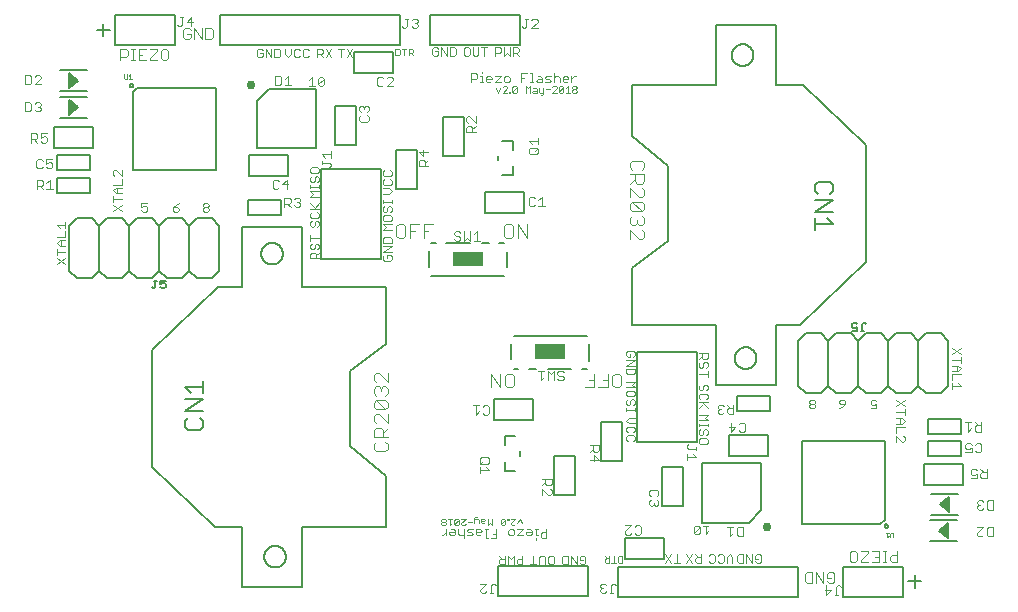
<source format=gto>
%MOIN*%
%OFA0B0*%
%FSLAX25Y25*%
%IPPOS*%
%LPD*%
%AMOC8*
5,1,8,0,0,$1,22.5*%
%AMOC80*
5,1,8,0,0,$1,-157.5*%
%AMREC360*
4,1,3,
0.05,0.025000000000000005,
-0.05,0.024999999999999998,
-0.05,-0.025000000000000005,
0.05,-0.024999999999999998,
0*%
%ADD10C,0.0030000000000000005*%
%ADD11C,0.002*%
%ADD12C,0.004*%
%ADD13C,0.006000000000000001*%
%ADD14C,0.008*%
%ADD15C,0.001*%
%ADD16C,0.005*%
%ADD17R,0.1X0.05*%
%ADD18C,0.03*%
%ADD29C,0.0030000000000000005*%
%ADD30C,0.002*%
%ADD31C,0.004*%
%ADD32C,0.006000000000000001*%
%ADD33C,0.008*%
%ADD34C,0.001*%
%ADD35C,0.005*%
%AMCOMP72*
4,1,3,
0.05,0.025000000000000005,
-0.05,0.024999999999999998,
-0.05,-0.025000000000000005,
0.05,-0.024999999999999998,
0*%
%ADD36COMP72*%
%ADD37C,0.03*%
G75*
%LPD*%
D10*
X0026434Y0118387D02*
X0029337Y0120322D01*
X0029337Y0118387D02*
X0026434Y0120322D01*
X0026434Y0121334D02*
X0026434Y0123268D01*
X0026434Y0122301D02*
X0029337Y0122301D01*
X0029337Y0124279D02*
X0027402Y0124279D01*
X0026434Y0125248D01*
X0027402Y0126215D01*
X0029337Y0126215D01*
X0029337Y0127227D02*
X0029337Y0129162D01*
X0029337Y0130173D02*
X0029337Y0132108D01*
X0029337Y0131141D02*
X0026434Y0131141D01*
X0027402Y0130173D01*
X0026434Y0127227D02*
X0029337Y0127227D01*
X0027886Y0126215D02*
X0027886Y0124279D01*
X0045185Y0135887D02*
X0048087Y0137822D01*
X0048087Y0135887D02*
X0045185Y0137822D01*
X0045185Y0138834D02*
X0045185Y0140768D01*
X0045185Y0139801D02*
X0048087Y0139801D01*
X0048087Y0141780D02*
X0046152Y0141780D01*
X0045185Y0142748D01*
X0046152Y0143715D01*
X0048087Y0143715D01*
X0048087Y0144727D02*
X0048087Y0146662D01*
X0048087Y0147673D02*
X0046152Y0149607D01*
X0045668Y0149607D01*
X0045185Y0149124D01*
X0045185Y0148157D01*
X0045668Y0147673D01*
X0045185Y0144727D02*
X0048087Y0144727D01*
X0046635Y0143715D02*
X0046635Y0141780D01*
X0048087Y0147673D02*
X0048087Y0149607D01*
X0054637Y0138539D02*
X0054637Y0137088D01*
X0055604Y0137572D01*
X0056088Y0137572D01*
X0056572Y0137088D01*
X0056572Y0136121D01*
X0056088Y0135636D01*
X0055121Y0135636D01*
X0054637Y0136121D01*
X0054637Y0138539D02*
X0056572Y0138539D01*
X0065137Y0137088D02*
X0065137Y0136121D01*
X0065621Y0135636D01*
X0066588Y0135636D01*
X0067072Y0136121D01*
X0067072Y0136604D01*
X0066588Y0137088D01*
X0065137Y0137088D01*
X0066104Y0138056D01*
X0067072Y0138539D01*
X0075137Y0138056D02*
X0075137Y0137572D01*
X0075621Y0137088D01*
X0076588Y0137088D01*
X0077072Y0136604D01*
X0077072Y0136121D01*
X0076588Y0135636D01*
X0075621Y0135636D01*
X0075137Y0136121D01*
X0075137Y0136604D01*
X0075621Y0137088D01*
X0076588Y0137088D02*
X0077072Y0137572D01*
X0077072Y0138056D01*
X0076588Y0138539D01*
X0075621Y0138539D01*
X0075137Y0138056D01*
X0110935Y0138465D02*
X0112870Y0136530D01*
X0112386Y0137014D02*
X0113837Y0138465D01*
X0113837Y0136530D02*
X0110935Y0136530D01*
X0111418Y0135518D02*
X0110935Y0135034D01*
X0110935Y0134067D01*
X0111418Y0133584D01*
X0113352Y0133584D01*
X0113837Y0134067D01*
X0113837Y0135034D01*
X0113352Y0135518D01*
X0113352Y0132572D02*
X0113837Y0132087D01*
X0113837Y0131121D01*
X0113352Y0130637D01*
X0112386Y0131121D02*
X0112386Y0132087D01*
X0112870Y0132572D01*
X0113352Y0132572D01*
X0112386Y0131121D02*
X0111901Y0130637D01*
X0111418Y0130637D01*
X0110935Y0131121D01*
X0110935Y0132087D01*
X0111418Y0132572D01*
X0110935Y0127965D02*
X0110935Y0126030D01*
X0110935Y0126998D02*
X0113837Y0126998D01*
X0113352Y0125018D02*
X0113837Y0124535D01*
X0113837Y0123567D01*
X0113352Y0123084D01*
X0112386Y0123567D02*
X0112386Y0124535D01*
X0112870Y0125018D01*
X0113352Y0125018D01*
X0112386Y0123567D02*
X0111901Y0123084D01*
X0111418Y0123084D01*
X0110935Y0123567D01*
X0110935Y0124535D01*
X0111418Y0125018D01*
X0111418Y0122072D02*
X0112386Y0122072D01*
X0112870Y0121588D01*
X0112870Y0120137D01*
X0113837Y0120137D02*
X0110935Y0120137D01*
X0110935Y0121588D01*
X0111418Y0122072D01*
X0112870Y0121103D02*
X0113837Y0122072D01*
X0113837Y0140637D02*
X0110935Y0140637D01*
X0111901Y0141604D01*
X0110935Y0142572D01*
X0113837Y0142572D01*
X0113837Y0143584D02*
X0113837Y0144550D01*
X0113837Y0144067D02*
X0110935Y0144067D01*
X0110935Y0143584D02*
X0110935Y0144550D01*
X0111418Y0145548D02*
X0111901Y0145548D01*
X0112386Y0146032D01*
X0112386Y0146999D01*
X0112870Y0147483D01*
X0113352Y0147483D01*
X0113837Y0146999D01*
X0113837Y0146032D01*
X0113352Y0145548D01*
X0111418Y0145548D02*
X0110935Y0146032D01*
X0110935Y0146999D01*
X0111418Y0147483D01*
X0111418Y0148494D02*
X0113352Y0148494D01*
X0113837Y0148978D01*
X0113837Y0149946D01*
X0113352Y0150429D01*
X0111418Y0150429D01*
X0110935Y0149946D01*
X0110935Y0148978D01*
X0111418Y0148494D01*
X0135185Y0148013D02*
X0135668Y0147530D01*
X0137603Y0147530D01*
X0138087Y0148013D01*
X0138087Y0148981D01*
X0137603Y0149465D01*
X0135668Y0149465D02*
X0135185Y0148981D01*
X0135185Y0148013D01*
X0135668Y0146518D02*
X0135185Y0146035D01*
X0135185Y0145067D01*
X0135668Y0144584D01*
X0137603Y0144584D01*
X0138087Y0145067D01*
X0138087Y0146035D01*
X0137603Y0146518D01*
X0137120Y0143572D02*
X0135185Y0143572D01*
X0137120Y0143572D02*
X0138087Y0142604D01*
X0137120Y0141637D01*
X0135185Y0141637D01*
X0135185Y0139444D02*
X0135185Y0138477D01*
X0135185Y0138960D02*
X0138087Y0138960D01*
X0138087Y0138477D02*
X0138087Y0139444D01*
X0137603Y0137465D02*
X0138087Y0136981D01*
X0138087Y0136014D01*
X0137603Y0135530D01*
X0137603Y0134518D02*
X0135668Y0134518D01*
X0135185Y0134035D01*
X0135185Y0133067D01*
X0135668Y0132584D01*
X0137603Y0132584D01*
X0138087Y0133067D01*
X0138087Y0134035D01*
X0137603Y0134518D01*
X0136152Y0135530D02*
X0136636Y0136014D01*
X0136636Y0136981D01*
X0137120Y0137465D01*
X0137603Y0137465D01*
X0135668Y0137465D02*
X0135185Y0136981D01*
X0135185Y0136014D01*
X0135668Y0135530D01*
X0136152Y0135530D01*
X0135185Y0131572D02*
X0138087Y0131572D01*
X0138087Y0129636D02*
X0135185Y0129636D01*
X0136152Y0130604D01*
X0135185Y0131572D01*
X0135668Y0127214D02*
X0135185Y0126731D01*
X0135185Y0125279D01*
X0138087Y0125279D01*
X0138087Y0126731D01*
X0137603Y0127214D01*
X0135668Y0127214D01*
X0135185Y0124268D02*
X0138087Y0124268D01*
X0135185Y0122334D01*
X0138087Y0122334D01*
X0137603Y0121322D02*
X0136636Y0121322D01*
X0136636Y0120354D01*
X0137603Y0119387D02*
X0138087Y0119871D01*
X0138087Y0120838D01*
X0137603Y0121322D01*
X0135668Y0121322D02*
X0135185Y0120838D01*
X0135185Y0119871D01*
X0135668Y0119387D01*
X0137603Y0119387D01*
X0115035Y0177637D02*
X0114067Y0177637D01*
X0113584Y0178121D01*
X0115518Y0180056D01*
X0115518Y0178121D01*
X0115035Y0177637D01*
X0113584Y0178121D02*
X0113584Y0180056D01*
X0114067Y0180539D01*
X0115035Y0180539D01*
X0115518Y0180056D01*
X0112572Y0177637D02*
X0110637Y0177637D01*
X0111603Y0177637D02*
X0111603Y0180539D01*
X0110637Y0179572D01*
X0109981Y0187137D02*
X0110464Y0187621D01*
X0109981Y0187137D02*
X0109014Y0187137D01*
X0108530Y0187621D01*
X0108530Y0189556D01*
X0109014Y0190039D01*
X0109981Y0190039D01*
X0110464Y0189556D01*
X0113137Y0190039D02*
X0113137Y0187137D01*
X0113137Y0188104D02*
X0114588Y0188104D01*
X0115072Y0188588D01*
X0115072Y0189556D01*
X0114588Y0190039D01*
X0113137Y0190039D01*
X0114104Y0188104D02*
X0115072Y0187137D01*
X0116084Y0187137D02*
X0118018Y0190039D01*
X0116084Y0190039D02*
X0118018Y0187137D01*
X0120137Y0190039D02*
X0122072Y0190039D01*
X0121103Y0190039D02*
X0121103Y0187137D01*
X0123084Y0187137D02*
X0125018Y0190039D01*
X0123084Y0190039D02*
X0125018Y0187137D01*
X0107518Y0187621D02*
X0107034Y0187137D01*
X0106067Y0187137D01*
X0105583Y0187621D01*
X0105583Y0189556D01*
X0106067Y0190039D01*
X0107034Y0190039D01*
X0107518Y0189556D01*
X0104572Y0190039D02*
X0104572Y0188104D01*
X0103604Y0187137D01*
X0102637Y0188104D01*
X0102637Y0190039D01*
X0100965Y0189556D02*
X0100965Y0187621D01*
X0100481Y0187137D01*
X0099030Y0187137D01*
X0099030Y0190039D01*
X0100481Y0190039D01*
X0100965Y0189556D01*
X0098018Y0190039D02*
X0098018Y0187137D01*
X0096084Y0190039D01*
X0096084Y0187137D01*
X0095071Y0187621D02*
X0095071Y0188588D01*
X0094104Y0188588D01*
X0093137Y0187621D02*
X0093137Y0189556D01*
X0093621Y0190039D01*
X0094588Y0190039D01*
X0095071Y0189556D01*
X0095071Y0187621D02*
X0094588Y0187137D01*
X0093621Y0187137D01*
X0093137Y0187621D01*
X0078472Y0193754D02*
X0078472Y0196223D01*
X0077855Y0196840D01*
X0076003Y0196840D01*
X0076003Y0193137D01*
X0077855Y0193137D01*
X0078472Y0193754D01*
X0074789Y0193137D02*
X0074789Y0196840D01*
X0072319Y0196840D02*
X0072319Y0193137D01*
X0071106Y0193754D02*
X0071106Y0194989D01*
X0069871Y0194989D01*
X0068637Y0196223D02*
X0068637Y0193754D01*
X0069254Y0193137D01*
X0070489Y0193137D01*
X0071106Y0193754D01*
X0071106Y0196223D02*
X0070489Y0196840D01*
X0069254Y0196840D01*
X0068637Y0196223D01*
X0072319Y0196840D02*
X0074789Y0193137D01*
X0063610Y0189223D02*
X0063610Y0186754D01*
X0062992Y0186137D01*
X0061759Y0186137D01*
X0061141Y0186754D01*
X0061141Y0189223D01*
X0061759Y0189840D01*
X0062992Y0189840D01*
X0063610Y0189223D01*
X0059927Y0189223D02*
X0057459Y0186754D01*
X0057459Y0186137D01*
X0059927Y0186137D01*
X0059927Y0189223D02*
X0059927Y0189840D01*
X0057459Y0189840D01*
X0056244Y0189840D02*
X0053776Y0189840D01*
X0053776Y0186137D01*
X0056244Y0186137D01*
X0055010Y0187989D02*
X0053776Y0187989D01*
X0052554Y0189840D02*
X0051320Y0189840D01*
X0051937Y0189840D02*
X0051937Y0186137D01*
X0051320Y0186137D02*
X0052554Y0186137D01*
X0050105Y0187989D02*
X0050105Y0189223D01*
X0049489Y0189840D01*
X0047637Y0189840D01*
X0047637Y0186137D01*
X0047637Y0187371D02*
X0049489Y0187371D01*
X0050105Y0187989D01*
X0151637Y0188121D02*
X0152121Y0187637D01*
X0153088Y0187637D01*
X0153572Y0188121D01*
X0153572Y0189088D01*
X0152604Y0189088D01*
X0151637Y0188121D02*
X0151637Y0190056D01*
X0152121Y0190539D01*
X0153088Y0190539D01*
X0153572Y0190056D01*
X0154584Y0190539D02*
X0154584Y0187637D01*
X0156518Y0187637D02*
X0156518Y0190539D01*
X0157530Y0190539D02*
X0158981Y0190539D01*
X0159465Y0190056D01*
X0159465Y0188121D01*
X0158981Y0187637D01*
X0157530Y0187637D01*
X0157530Y0190539D01*
X0154584Y0190539D02*
X0156518Y0187637D01*
X0162137Y0188121D02*
X0162621Y0187637D01*
X0163587Y0187637D01*
X0164072Y0188121D01*
X0164072Y0190056D01*
X0163587Y0190539D01*
X0162621Y0190539D01*
X0162137Y0190056D01*
X0162137Y0188121D01*
X0165084Y0188121D02*
X0165084Y0190539D01*
X0167018Y0190539D02*
X0167018Y0188121D01*
X0166535Y0187637D01*
X0165567Y0187637D01*
X0165084Y0188121D01*
X0168030Y0190539D02*
X0169965Y0190539D01*
X0168998Y0190539D02*
X0168998Y0187637D01*
X0172637Y0187637D02*
X0172637Y0190539D01*
X0174088Y0190539D01*
X0174572Y0190056D01*
X0174572Y0189088D01*
X0174088Y0188604D01*
X0172637Y0188604D01*
X0175583Y0187637D02*
X0176551Y0188604D01*
X0177518Y0187637D01*
X0177518Y0190539D01*
X0178530Y0190539D02*
X0179981Y0190539D01*
X0180465Y0190056D01*
X0180465Y0189088D01*
X0179981Y0188604D01*
X0178530Y0188604D01*
X0178530Y0187637D02*
X0178530Y0190539D01*
X0179498Y0188604D02*
X0180465Y0187637D01*
X0181334Y0181789D02*
X0183269Y0181789D01*
X0184280Y0181789D02*
X0184764Y0181789D01*
X0184764Y0178887D01*
X0184280Y0178887D02*
X0185248Y0178887D01*
X0186245Y0179371D02*
X0186729Y0179854D01*
X0188180Y0179854D01*
X0188180Y0180338D02*
X0188180Y0178887D01*
X0186729Y0178887D01*
X0186245Y0179371D01*
X0186729Y0180822D02*
X0187696Y0180822D01*
X0188180Y0180338D01*
X0189191Y0180338D02*
X0189675Y0180822D01*
X0191126Y0180822D01*
X0190643Y0179854D02*
X0189675Y0179854D01*
X0189191Y0180338D01*
X0189191Y0178887D02*
X0190643Y0178887D01*
X0191126Y0179371D01*
X0190643Y0179854D01*
X0192138Y0180338D02*
X0192622Y0180822D01*
X0193589Y0180822D01*
X0194073Y0180338D01*
X0194073Y0178887D01*
X0195083Y0179371D02*
X0195083Y0180338D01*
X0195568Y0180822D01*
X0196536Y0180822D01*
X0197019Y0180338D01*
X0197019Y0179854D01*
X0195083Y0179854D01*
X0195083Y0179371D02*
X0195568Y0178887D01*
X0196536Y0178887D01*
X0198031Y0178887D02*
X0198031Y0180822D01*
X0198998Y0180822D02*
X0198031Y0179854D01*
X0198998Y0180822D02*
X0199482Y0180822D01*
X0192138Y0181789D02*
X0192138Y0178887D01*
X0182301Y0180338D02*
X0181334Y0180338D01*
X0181334Y0178887D02*
X0181334Y0181789D01*
X0177376Y0180338D02*
X0176892Y0180822D01*
X0175924Y0180822D01*
X0175441Y0180338D01*
X0175441Y0179371D01*
X0175924Y0178887D01*
X0176892Y0178887D01*
X0177376Y0179371D01*
X0177376Y0180338D01*
X0174429Y0180822D02*
X0172494Y0178887D01*
X0174429Y0178887D01*
X0174429Y0180822D02*
X0172494Y0180822D01*
X0171483Y0180338D02*
X0171483Y0179854D01*
X0169548Y0179854D01*
X0169548Y0179371D02*
X0169548Y0180338D01*
X0170032Y0180822D01*
X0170999Y0180822D01*
X0171483Y0180338D01*
X0170999Y0178887D02*
X0170032Y0178887D01*
X0169548Y0179371D01*
X0168551Y0178887D02*
X0167584Y0178887D01*
X0168067Y0178887D02*
X0168067Y0180822D01*
X0167584Y0180822D01*
X0168067Y0181789D02*
X0168067Y0182272D01*
X0166572Y0181306D02*
X0166572Y0180338D01*
X0166087Y0179854D01*
X0164637Y0179854D01*
X0164637Y0178887D02*
X0164637Y0181789D01*
X0166087Y0181789D01*
X0166572Y0181306D01*
X0175583Y0187637D02*
X0175583Y0190539D01*
D11*
X0175414Y0177538D02*
X0175047Y0177172D01*
X0175414Y0177538D02*
X0176148Y0177538D01*
X0176515Y0177172D01*
X0176515Y0176805D01*
X0175047Y0175337D01*
X0176515Y0175337D01*
X0177257Y0175337D02*
X0177624Y0175337D01*
X0177624Y0175704D01*
X0177257Y0175704D01*
X0177257Y0175337D01*
X0178362Y0175704D02*
X0179830Y0177172D01*
X0179830Y0175704D01*
X0179463Y0175337D01*
X0178729Y0175337D01*
X0178362Y0175704D01*
X0178362Y0177172D01*
X0178729Y0177538D01*
X0179463Y0177538D01*
X0179830Y0177172D01*
X0182781Y0177538D02*
X0182781Y0175337D01*
X0184249Y0175337D02*
X0184249Y0177538D01*
X0183515Y0176805D01*
X0182781Y0177538D01*
X0185358Y0176805D02*
X0186092Y0176805D01*
X0186459Y0176438D01*
X0186459Y0175337D01*
X0185358Y0175337D01*
X0184991Y0175704D01*
X0185358Y0176071D01*
X0186459Y0176071D01*
X0187201Y0175704D02*
X0187568Y0175337D01*
X0188669Y0175337D01*
X0188669Y0174970D02*
X0188301Y0174603D01*
X0187935Y0174603D01*
X0188669Y0174970D02*
X0188669Y0176805D01*
X0189411Y0176438D02*
X0190879Y0176438D01*
X0191620Y0177172D02*
X0191988Y0177538D01*
X0192722Y0177538D01*
X0193089Y0177172D01*
X0193089Y0176805D01*
X0191620Y0175337D01*
X0193089Y0175337D01*
X0193831Y0175704D02*
X0195299Y0177172D01*
X0195299Y0175704D01*
X0194932Y0175337D01*
X0194197Y0175337D01*
X0193831Y0175704D01*
X0193831Y0177172D01*
X0194197Y0177538D01*
X0194932Y0177538D01*
X0195299Y0177172D01*
X0196041Y0176805D02*
X0196775Y0177538D01*
X0196775Y0175337D01*
X0196041Y0175337D02*
X0197509Y0175337D01*
X0198251Y0175704D02*
X0198251Y0176071D01*
X0198618Y0176438D01*
X0199352Y0176438D01*
X0199719Y0176071D01*
X0199719Y0175704D01*
X0199352Y0175337D01*
X0198618Y0175337D01*
X0198251Y0175704D01*
X0198618Y0176438D02*
X0198251Y0176805D01*
X0198251Y0177172D01*
X0198618Y0177538D01*
X0199352Y0177538D01*
X0199719Y0177172D01*
X0199719Y0176805D01*
X0199352Y0176438D01*
X0187201Y0176805D02*
X0187201Y0175704D01*
X0174305Y0176805D02*
X0173571Y0175337D01*
X0172837Y0176805D01*
X0145225Y0187837D02*
X0144491Y0188571D01*
X0144858Y0188571D02*
X0143757Y0188571D01*
X0143757Y0187837D02*
X0143757Y0190039D01*
X0144858Y0190039D01*
X0145225Y0189672D01*
X0145225Y0188938D01*
X0144858Y0188571D01*
X0143015Y0190039D02*
X0141547Y0190039D01*
X0142281Y0190039D02*
X0142281Y0187837D01*
X0140804Y0188204D02*
X0140804Y0189672D01*
X0140438Y0190039D01*
X0139336Y0190039D01*
X0139336Y0187837D01*
X0140438Y0187837D01*
X0140804Y0188204D01*
D12*
X0142030Y0196975D02*
X0142547Y0196975D01*
X0143064Y0197492D01*
X0143064Y0200077D01*
X0142547Y0200077D02*
X0143581Y0200077D01*
X0144736Y0199560D02*
X0145253Y0200077D01*
X0146287Y0200077D01*
X0146804Y0199560D01*
X0146804Y0199043D01*
X0146287Y0198526D01*
X0146804Y0198009D01*
X0146804Y0197492D01*
X0146287Y0196975D01*
X0145253Y0196975D01*
X0144736Y0197492D01*
X0145770Y0198526D02*
X0146287Y0198526D01*
X0142030Y0196975D02*
X0141513Y0197492D01*
X0137976Y0180603D02*
X0136942Y0180603D01*
X0136424Y0180086D01*
X0135270Y0180086D02*
X0134753Y0180603D01*
X0133719Y0180603D01*
X0133202Y0180086D01*
X0133202Y0178017D01*
X0133719Y0177500D01*
X0134753Y0177500D01*
X0135270Y0178017D01*
X0136424Y0177500D02*
X0138493Y0179568D01*
X0138493Y0180086D01*
X0137976Y0180603D01*
X0138493Y0177500D02*
X0136424Y0177500D01*
X0129902Y0171002D02*
X0130420Y0170484D01*
X0130420Y0169450D01*
X0129902Y0168934D01*
X0129902Y0167780D02*
X0130420Y0167263D01*
X0130420Y0166228D01*
X0129902Y0165711D01*
X0127835Y0165711D01*
X0127318Y0166228D01*
X0127318Y0167263D01*
X0127835Y0167780D01*
X0127835Y0168934D02*
X0127318Y0169450D01*
X0127318Y0170484D01*
X0127835Y0171002D01*
X0128352Y0171002D01*
X0128868Y0170484D01*
X0129386Y0171002D01*
X0129902Y0171002D01*
X0128868Y0170484D02*
X0128868Y0169968D01*
X0117839Y0155782D02*
X0117839Y0153713D01*
X0117839Y0154748D02*
X0114738Y0154748D01*
X0115772Y0153713D01*
X0114738Y0152559D02*
X0114738Y0151525D01*
X0114738Y0152042D02*
X0117323Y0152042D01*
X0117839Y0151525D01*
X0117839Y0151008D01*
X0117323Y0150491D01*
X0107095Y0140362D02*
X0107612Y0139845D01*
X0107612Y0139327D01*
X0107095Y0138811D01*
X0107612Y0138293D01*
X0107612Y0137777D01*
X0107095Y0137259D01*
X0106060Y0137259D01*
X0105543Y0137777D01*
X0104389Y0137259D02*
X0103355Y0138293D01*
X0103872Y0138293D02*
X0102321Y0138293D01*
X0102321Y0137259D02*
X0102321Y0140362D01*
X0103872Y0140362D01*
X0104389Y0139845D01*
X0104389Y0138811D01*
X0103872Y0138293D01*
X0105543Y0139845D02*
X0106060Y0140362D01*
X0107095Y0140362D01*
X0107095Y0138811D02*
X0106578Y0138811D01*
X0103186Y0143273D02*
X0103186Y0146376D01*
X0101635Y0144825D01*
X0103702Y0144825D01*
X0100479Y0145859D02*
X0099963Y0146376D01*
X0098928Y0146376D01*
X0098411Y0145859D01*
X0098411Y0143790D01*
X0098928Y0143273D01*
X0099963Y0143273D01*
X0100479Y0143790D01*
X0100722Y0177957D02*
X0099171Y0177957D01*
X0099171Y0181059D01*
X0100722Y0181059D01*
X0101238Y0180542D01*
X0101238Y0178474D01*
X0100722Y0177957D01*
X0102394Y0177957D02*
X0104462Y0177957D01*
X0103428Y0177957D02*
X0103428Y0181059D01*
X0102394Y0180025D01*
X0071319Y0197502D02*
X0071319Y0200604D01*
X0069768Y0199053D01*
X0071836Y0199053D01*
X0068613Y0200604D02*
X0067579Y0200604D01*
X0068096Y0200604D02*
X0068096Y0198019D01*
X0067579Y0197502D01*
X0067062Y0197502D01*
X0066545Y0198019D01*
X0024991Y0153236D02*
X0022923Y0153236D01*
X0022923Y0151686D01*
X0023957Y0152203D01*
X0024474Y0152203D01*
X0024991Y0151686D01*
X0024991Y0150652D01*
X0024474Y0150135D01*
X0023440Y0150135D01*
X0022923Y0150652D01*
X0021768Y0150652D02*
X0021251Y0150135D01*
X0020217Y0150135D01*
X0019700Y0150652D01*
X0019700Y0152720D01*
X0020217Y0153236D01*
X0021251Y0153236D01*
X0021768Y0152720D01*
X0021360Y0146273D02*
X0019809Y0146273D01*
X0019809Y0143172D01*
X0019809Y0144205D02*
X0021360Y0144205D01*
X0021877Y0144723D01*
X0021877Y0145757D01*
X0021360Y0146273D01*
X0023032Y0145239D02*
X0024066Y0146273D01*
X0024066Y0143172D01*
X0023032Y0143172D02*
X0025100Y0143172D01*
X0021877Y0143172D02*
X0020843Y0144205D01*
X0021662Y0158712D02*
X0021145Y0159229D01*
X0021662Y0158712D02*
X0022696Y0158712D01*
X0023213Y0159229D01*
X0023213Y0160263D01*
X0022696Y0160780D01*
X0022179Y0160780D01*
X0021145Y0160263D01*
X0021145Y0161814D01*
X0023213Y0161814D01*
X0019990Y0161297D02*
X0019990Y0160263D01*
X0019474Y0159746D01*
X0017922Y0159746D01*
X0017922Y0158712D02*
X0017922Y0161814D01*
X0019474Y0161814D01*
X0019990Y0161297D01*
X0018956Y0159746D02*
X0019990Y0158712D01*
X0019561Y0169152D02*
X0019044Y0169669D01*
X0019561Y0169152D02*
X0020595Y0169152D01*
X0021112Y0169669D01*
X0021112Y0170186D01*
X0020595Y0170703D01*
X0020078Y0170703D01*
X0020595Y0170703D02*
X0021112Y0171220D01*
X0021112Y0171737D01*
X0020595Y0172255D01*
X0019561Y0172255D01*
X0019044Y0171737D01*
X0017890Y0171737D02*
X0017373Y0172255D01*
X0015820Y0172255D01*
X0015820Y0169152D01*
X0017373Y0169152D01*
X0017890Y0169669D01*
X0017890Y0171737D01*
X0017401Y0178103D02*
X0015850Y0178103D01*
X0015850Y0181206D01*
X0017401Y0181206D01*
X0017918Y0180689D01*
X0017918Y0178620D01*
X0017401Y0178103D01*
X0019072Y0178103D02*
X0021140Y0180172D01*
X0021140Y0180689D01*
X0020624Y0181206D01*
X0019589Y0181206D01*
X0019072Y0180689D01*
X0019072Y0178103D02*
X0021140Y0178103D01*
X0132182Y0081259D02*
X0132182Y0079723D01*
X0132950Y0078957D01*
X0132950Y0077422D02*
X0132182Y0076655D01*
X0132182Y0075120D01*
X0132950Y0074353D01*
X0132950Y0072818D02*
X0132182Y0072051D01*
X0132182Y0070516D01*
X0132950Y0069749D01*
X0136019Y0069749D01*
X0132950Y0072818D01*
X0136019Y0072818D01*
X0136787Y0072051D01*
X0136787Y0070516D01*
X0136019Y0069749D01*
X0136787Y0068214D02*
X0136787Y0065145D01*
X0133718Y0068214D01*
X0132950Y0068214D01*
X0132182Y0067447D01*
X0132182Y0065912D01*
X0132950Y0065145D01*
X0132950Y0063610D02*
X0132182Y0062843D01*
X0132182Y0060541D01*
X0136787Y0060541D01*
X0135251Y0060541D02*
X0135251Y0062843D01*
X0134485Y0063610D01*
X0132950Y0063610D01*
X0135251Y0062076D02*
X0136787Y0063610D01*
X0136019Y0059006D02*
X0136787Y0058238D01*
X0136787Y0056704D01*
X0136019Y0055937D01*
X0132950Y0055937D01*
X0132182Y0056704D01*
X0132182Y0058238D01*
X0132950Y0059006D01*
X0136019Y0074353D02*
X0136787Y0075120D01*
X0136787Y0076655D01*
X0136019Y0077422D01*
X0135251Y0077422D01*
X0134485Y0076655D01*
X0134485Y0075887D01*
X0134485Y0076655D02*
X0133718Y0077422D01*
X0132950Y0077422D01*
X0132182Y0081259D02*
X0132950Y0082026D01*
X0133718Y0082026D01*
X0136787Y0078957D01*
X0136787Y0082026D01*
X0140393Y0126937D02*
X0141927Y0126937D01*
X0142694Y0127704D01*
X0142694Y0130773D01*
X0141927Y0131541D01*
X0140393Y0131541D01*
X0139625Y0130773D01*
X0139625Y0127704D01*
X0140393Y0126937D01*
X0144229Y0126937D02*
X0144229Y0131541D01*
X0147298Y0131541D01*
X0148833Y0131541D02*
X0151901Y0131541D01*
X0150368Y0129239D02*
X0148833Y0129239D01*
X0148833Y0126937D02*
X0148833Y0131541D01*
X0145764Y0129239D02*
X0144229Y0129239D01*
X0158937Y0128621D02*
X0158937Y0128105D01*
X0159454Y0127587D01*
X0160489Y0127587D01*
X0161006Y0127070D01*
X0161006Y0126553D01*
X0160489Y0126035D01*
X0159454Y0126035D01*
X0158937Y0126553D01*
X0158937Y0128621D02*
X0159454Y0129139D01*
X0160489Y0129139D01*
X0161006Y0128621D01*
X0162160Y0129139D02*
X0162160Y0126035D01*
X0163193Y0127070D01*
X0164227Y0126035D01*
X0164227Y0129139D01*
X0165383Y0128105D02*
X0166417Y0129139D01*
X0166417Y0126035D01*
X0165383Y0126035D02*
X0167451Y0126035D01*
X0175479Y0127704D02*
X0176246Y0126937D01*
X0177781Y0126937D01*
X0178548Y0127704D01*
X0178548Y0130773D01*
X0177781Y0131541D01*
X0176246Y0131541D01*
X0175479Y0130773D01*
X0175479Y0127704D01*
X0180083Y0126937D02*
X0180083Y0131541D01*
X0183152Y0126937D01*
X0183152Y0131541D01*
X0184328Y0137511D02*
X0185363Y0137511D01*
X0185880Y0138028D01*
X0187034Y0137511D02*
X0189102Y0137511D01*
X0188068Y0137511D02*
X0188068Y0140614D01*
X0187034Y0139579D01*
X0185880Y0140097D02*
X0185363Y0140614D01*
X0184328Y0140614D01*
X0183811Y0140097D01*
X0183811Y0138028D01*
X0184328Y0137511D01*
X0184252Y0154895D02*
X0183735Y0155412D01*
X0183735Y0156446D01*
X0184252Y0156963D01*
X0186321Y0156963D01*
X0186838Y0156446D01*
X0186838Y0155412D01*
X0186321Y0154895D01*
X0184252Y0154895D01*
X0185804Y0155929D02*
X0186838Y0156963D01*
X0186838Y0158116D02*
X0186838Y0160186D01*
X0186838Y0159152D02*
X0183735Y0159152D01*
X0184769Y0158116D01*
X0166045Y0162128D02*
X0162942Y0162128D01*
X0162942Y0163678D01*
X0163459Y0164196D01*
X0164494Y0164196D01*
X0165011Y0163678D01*
X0165011Y0162128D01*
X0165011Y0163162D02*
X0166045Y0164196D01*
X0166045Y0165350D02*
X0163976Y0167419D01*
X0163459Y0167419D01*
X0162942Y0166902D01*
X0162942Y0165868D01*
X0163459Y0165350D01*
X0166045Y0165350D02*
X0166045Y0167419D01*
X0150247Y0155672D02*
X0147145Y0155672D01*
X0148696Y0154121D01*
X0148696Y0156189D01*
X0148696Y0152966D02*
X0147661Y0152966D01*
X0147145Y0152449D01*
X0147145Y0150898D01*
X0150247Y0150898D01*
X0149213Y0150898D02*
X0149213Y0152449D01*
X0148696Y0152966D01*
X0149213Y0151932D02*
X0150247Y0152966D01*
X0181998Y0196929D02*
X0182515Y0196929D01*
X0183033Y0197446D01*
X0183033Y0200032D01*
X0183550Y0200032D02*
X0182515Y0200032D01*
X0184703Y0199515D02*
X0185221Y0200032D01*
X0186255Y0200032D01*
X0186772Y0199515D01*
X0186772Y0198998D01*
X0184703Y0196929D01*
X0186772Y0196929D01*
X0181998Y0196929D02*
X0181481Y0197446D01*
D13*
X0062725Y0112738D02*
X0060990Y0112738D01*
X0060990Y0111437D01*
X0061858Y0111872D01*
X0062292Y0111872D01*
X0062725Y0111437D01*
X0062725Y0110571D01*
X0062292Y0110137D01*
X0061424Y0110137D01*
X0060990Y0110571D01*
X0059345Y0110571D02*
X0059345Y0112738D01*
X0058911Y0112738D02*
X0059779Y0112738D01*
X0059345Y0110571D02*
X0058911Y0110137D01*
X0058478Y0110137D01*
X0058043Y0110571D01*
X0041922Y0194105D02*
X0041922Y0198375D01*
X0039787Y0196240D02*
X0044057Y0196240D01*
D14*
X0050737Y0177737D02*
X0050739Y0177786D01*
X0050744Y0177834D01*
X0050754Y0177882D01*
X0050769Y0177929D01*
X0050786Y0177975D01*
X0050807Y0178019D01*
X0050832Y0178061D01*
X0050860Y0178101D01*
X0050892Y0178138D01*
X0050926Y0178174D01*
X0050963Y0178206D01*
X0051002Y0178235D01*
X0051044Y0178261D01*
X0051088Y0178283D01*
X0051132Y0178301D01*
X0051180Y0178316D01*
X0051227Y0178327D01*
X0051276Y0178334D01*
X0051325Y0178337D01*
X0051374Y0178335D01*
X0051422Y0178331D01*
X0051471Y0178322D01*
X0051518Y0178309D01*
X0051564Y0178292D01*
X0051608Y0178272D01*
X0051651Y0178248D01*
X0051692Y0178220D01*
X0051730Y0178189D01*
X0051766Y0178157D01*
X0051798Y0178121D01*
X0051827Y0178082D01*
X0051854Y0178041D01*
X0051878Y0177997D01*
X0051897Y0177952D01*
X0051913Y0177906D01*
X0051925Y0177859D01*
X0051932Y0177810D01*
X0051937Y0177761D01*
X0051937Y0177713D01*
X0051932Y0177664D01*
X0051925Y0177615D01*
X0051913Y0177567D01*
X0051897Y0177522D01*
X0051878Y0177477D01*
X0051854Y0177432D01*
X0051827Y0177392D01*
X0051798Y0177352D01*
X0051766Y0177317D01*
X0051730Y0177284D01*
X0051692Y0177253D01*
X0051651Y0177226D01*
X0051608Y0177202D01*
X0051564Y0177182D01*
X0051518Y0177164D01*
X0051471Y0177152D01*
X0051422Y0177143D01*
X0051374Y0177138D01*
X0051325Y0177137D01*
X0051276Y0177140D01*
X0051227Y0177147D01*
X0051180Y0177158D01*
X0051132Y0177173D01*
X0051088Y0177191D01*
X0051044Y0177213D01*
X0051002Y0177239D01*
X0050963Y0177268D01*
X0050926Y0177300D01*
X0050892Y0177335D01*
X0050860Y0177372D01*
X0050832Y0177412D01*
X0050807Y0177455D01*
X0050786Y0177499D01*
X0050769Y0177545D01*
X0050754Y0177592D01*
X0050744Y0177640D01*
X0050739Y0177688D01*
X0050737Y0177737D01*
X0051937Y0175639D02*
X0053335Y0177036D01*
X0079536Y0177036D01*
X0079536Y0149438D01*
X0051937Y0149438D01*
X0051937Y0175639D01*
X0053137Y0133537D02*
X0058137Y0133537D01*
X0060637Y0131037D01*
X0060637Y0116036D01*
X0058137Y0113537D01*
X0053137Y0113537D01*
X0050637Y0116036D01*
X0050637Y0131037D01*
X0048137Y0133537D01*
X0043137Y0133537D01*
X0040637Y0131037D01*
X0038137Y0133537D01*
X0033137Y0133537D01*
X0030636Y0131037D01*
X0030636Y0116036D01*
X0033137Y0113537D01*
X0038137Y0113537D01*
X0040637Y0116036D01*
X0040637Y0131037D01*
X0050637Y0131037D02*
X0053137Y0133537D01*
X0060637Y0131037D02*
X0063137Y0133537D01*
X0068137Y0133537D01*
X0070637Y0131037D01*
X0070637Y0116036D01*
X0068137Y0113537D01*
X0063137Y0113537D01*
X0060637Y0116036D01*
X0050637Y0116036D02*
X0048137Y0113537D01*
X0043137Y0113537D01*
X0040637Y0116036D01*
X0070637Y0116036D02*
X0073136Y0113537D01*
X0078137Y0113537D01*
X0080637Y0116036D01*
X0080637Y0131037D01*
X0078137Y0133537D01*
X0073136Y0133537D01*
X0070637Y0131037D01*
D15*
X0051510Y0180037D02*
X0050510Y0180037D01*
X0051010Y0180037D02*
X0051010Y0181538D01*
X0050510Y0181038D01*
X0050038Y0181538D02*
X0050038Y0180286D01*
X0049788Y0180037D01*
X0049287Y0180037D01*
X0049037Y0180286D01*
X0049037Y0181538D01*
D16*
X0058237Y0050737D02*
X0079237Y0030736D01*
X0088237Y0030736D01*
X0088237Y0010737D01*
X0108237Y0010737D01*
X0108237Y0030736D01*
X0136237Y0030736D01*
X0136237Y0047737D01*
X0124237Y0057737D01*
X0124237Y0082737D01*
X0136237Y0091737D01*
X0136237Y0110737D01*
X0108237Y0110737D01*
X0108237Y0130736D01*
X0088237Y0130736D01*
X0088237Y0110737D01*
X0080237Y0110737D01*
X0058237Y0089737D01*
X0058237Y0050737D01*
X0070058Y0063005D02*
X0074129Y0063005D01*
X0075146Y0064023D01*
X0075146Y0066058D01*
X0074129Y0067076D01*
X0075146Y0069083D02*
X0069041Y0069083D01*
X0075146Y0073153D01*
X0069041Y0073153D01*
X0071076Y0075160D02*
X0069041Y0077195D01*
X0075146Y0077195D01*
X0075146Y0075160D02*
X0075146Y0079230D01*
X0070058Y0067076D02*
X0069041Y0066058D01*
X0069041Y0064023D01*
X0070058Y0063005D01*
X0095631Y0020737D02*
X0095633Y0020856D01*
X0095639Y0020977D01*
X0095649Y0021096D01*
X0095663Y0021215D01*
X0095681Y0021334D01*
X0095701Y0021452D01*
X0095728Y0021569D01*
X0095758Y0021685D01*
X0095791Y0021800D01*
X0095828Y0021914D01*
X0095869Y0022026D01*
X0095914Y0022138D01*
X0095963Y0022247D01*
X0096015Y0022355D01*
X0096070Y0022461D01*
X0096129Y0022566D01*
X0096192Y0022668D01*
X0096258Y0022768D01*
X0096327Y0022866D01*
X0096399Y0022962D01*
X0096475Y0023055D01*
X0096553Y0023145D01*
X0096635Y0023232D01*
X0096719Y0023317D01*
X0096806Y0023401D01*
X0096896Y0023480D01*
X0096989Y0023556D01*
X0097084Y0023629D01*
X0097180Y0023699D01*
X0097281Y0023766D01*
X0097382Y0023829D01*
X0097486Y0023889D01*
X0097592Y0023946D01*
X0097698Y0023999D01*
X0097809Y0024048D01*
X0097920Y0024094D01*
X0098032Y0024136D01*
X0098146Y0024174D01*
X0098260Y0024208D01*
X0098376Y0024239D01*
X0098493Y0024265D01*
X0098611Y0024288D01*
X0098729Y0024307D01*
X0098848Y0024322D01*
X0098968Y0024333D01*
X0099087Y0024340D01*
X0099207Y0024343D01*
X0099327Y0024342D01*
X0099447Y0024337D01*
X0099566Y0024328D01*
X0099685Y0024315D01*
X0099804Y0024297D01*
X0099921Y0024277D01*
X0100038Y0024253D01*
X0100156Y0024224D01*
X0100271Y0024191D01*
X0100384Y0024155D01*
X0100498Y0024115D01*
X0100610Y0024071D01*
X0100720Y0024023D01*
X0100828Y0023973D01*
X0100935Y0023917D01*
X0101040Y0023860D01*
X0101143Y0023798D01*
X0101244Y0023733D01*
X0101342Y0023665D01*
X0101438Y0023593D01*
X0101532Y0023519D01*
X0101623Y0023441D01*
X0101712Y0023360D01*
X0101797Y0023276D01*
X0101880Y0023190D01*
X0101960Y0023100D01*
X0102038Y0023009D01*
X0102111Y0022914D01*
X0102182Y0022818D01*
X0102250Y0022719D01*
X0102314Y0022617D01*
X0102375Y0022514D01*
X0102431Y0022409D01*
X0102486Y0022301D01*
X0102536Y0022193D01*
X0102583Y0022081D01*
X0102626Y0021970D01*
X0102665Y0021857D01*
X0102699Y0021742D01*
X0102731Y0021626D01*
X0102759Y0021510D01*
X0102783Y0021393D01*
X0102803Y0021274D01*
X0102819Y0021156D01*
X0102831Y0021036D01*
X0102838Y0020917D01*
X0102843Y0020797D01*
X0102843Y0020677D01*
X0102838Y0020556D01*
X0102831Y0020438D01*
X0102819Y0020318D01*
X0102803Y0020200D01*
X0102783Y0020080D01*
X0102759Y0019964D01*
X0102731Y0019847D01*
X0102699Y0019732D01*
X0102665Y0019617D01*
X0102626Y0019504D01*
X0102583Y0019392D01*
X0102536Y0019281D01*
X0102486Y0019172D01*
X0102431Y0019064D01*
X0102375Y0018960D01*
X0102314Y0018857D01*
X0102250Y0018754D01*
X0102182Y0018656D01*
X0102111Y0018560D01*
X0102038Y0018465D01*
X0101960Y0018374D01*
X0101880Y0018284D01*
X0101797Y0018198D01*
X0101712Y0018114D01*
X0101623Y0018033D01*
X0101532Y0017955D01*
X0101438Y0017881D01*
X0101342Y0017809D01*
X0101244Y0017741D01*
X0101143Y0017676D01*
X0101040Y0017614D01*
X0100935Y0017556D01*
X0100828Y0017501D01*
X0100720Y0017450D01*
X0100610Y0017403D01*
X0100498Y0017359D01*
X0100384Y0017319D01*
X0100271Y0017282D01*
X0100156Y0017249D01*
X0100038Y0017221D01*
X0099921Y0017197D01*
X0099804Y0017176D01*
X0099685Y0017159D01*
X0099566Y0017146D01*
X0099447Y0017137D01*
X0099327Y0017132D01*
X0099207Y0017131D01*
X0099087Y0017133D01*
X0098968Y0017141D01*
X0098848Y0017152D01*
X0098729Y0017167D01*
X0098611Y0017186D01*
X0098493Y0017208D01*
X0098376Y0017234D01*
X0098260Y0017265D01*
X0098146Y0017300D01*
X0098032Y0017338D01*
X0097920Y0017380D01*
X0097809Y0017426D01*
X0097698Y0017474D01*
X0097592Y0017528D01*
X0097486Y0017585D01*
X0097382Y0017645D01*
X0097281Y0017708D01*
X0097180Y0017774D01*
X0097084Y0017844D01*
X0096989Y0017918D01*
X0096896Y0017994D01*
X0096806Y0018073D01*
X0096719Y0018156D01*
X0096635Y0018241D01*
X0096553Y0018329D01*
X0096475Y0018419D01*
X0096399Y0018512D01*
X0096327Y0018608D01*
X0096258Y0018705D01*
X0096192Y0018806D01*
X0096129Y0018908D01*
X0096070Y0019012D01*
X0096015Y0019119D01*
X0095963Y0019227D01*
X0095914Y0019336D01*
X0095869Y0019448D01*
X0095828Y0019560D01*
X0095791Y0019674D01*
X0095758Y0019789D01*
X0095728Y0019905D01*
X0095701Y0020021D01*
X0095681Y0020140D01*
X0095663Y0020259D01*
X0095649Y0020378D01*
X0095639Y0020497D01*
X0095633Y0020617D01*
X0095631Y0020737D01*
X0151201Y0114336D02*
X0175610Y0114336D01*
X0176398Y0117080D02*
X0176398Y0122198D01*
X0175610Y0125348D02*
X0174035Y0125348D01*
X0170492Y0125348D02*
X0168130Y0125348D01*
X0164193Y0125348D02*
X0156319Y0125348D01*
X0152776Y0125348D02*
X0151201Y0125348D01*
X0150413Y0122591D02*
X0150413Y0117080D01*
X0134540Y0119791D02*
X0114540Y0119791D01*
X0114540Y0149791D01*
X0134540Y0149791D01*
X0134540Y0119791D01*
X0139447Y0143142D02*
X0139447Y0156143D01*
X0146447Y0156143D01*
X0146447Y0143142D01*
X0139447Y0143142D01*
X0126120Y0157957D02*
X0126120Y0170957D01*
X0119120Y0170957D01*
X0119120Y0157957D01*
X0126120Y0157957D01*
X0112759Y0156914D02*
X0112759Y0176599D01*
X0097156Y0176599D01*
X0093074Y0172518D01*
X0093074Y0156914D01*
X0112759Y0156914D01*
X0103657Y0154573D02*
X0103657Y0147573D01*
X0090657Y0147573D01*
X0090657Y0154573D01*
X0103657Y0154573D01*
X0101065Y0139560D02*
X0101065Y0134560D01*
X0090066Y0134560D01*
X0090066Y0139560D01*
X0101065Y0139560D01*
X0094631Y0121737D02*
X0094633Y0121857D01*
X0094639Y0121977D01*
X0094649Y0122096D01*
X0094663Y0122215D01*
X0094681Y0122334D01*
X0094702Y0122452D01*
X0094728Y0122569D01*
X0094758Y0122685D01*
X0094791Y0122800D01*
X0094828Y0122913D01*
X0094869Y0123025D01*
X0094914Y0123137D01*
X0094963Y0123247D01*
X0095015Y0123354D01*
X0095070Y0123462D01*
X0095129Y0123566D01*
X0095192Y0123668D01*
X0095257Y0123767D01*
X0095327Y0123866D01*
X0095399Y0123962D01*
X0095474Y0124055D01*
X0095553Y0124145D01*
X0095635Y0124233D01*
X0095719Y0124318D01*
X0095805Y0124401D01*
X0095896Y0124479D01*
X0095989Y0124556D01*
X0096084Y0124628D01*
X0096181Y0124699D01*
X0096281Y0124766D01*
X0096382Y0124828D01*
X0096486Y0124889D01*
X0096591Y0124946D01*
X0096699Y0124999D01*
X0096808Y0125048D01*
X0096920Y0125094D01*
X0097032Y0125136D01*
X0097146Y0125174D01*
X0097260Y0125208D01*
X0097376Y0125238D01*
X0097493Y0125265D01*
X0097611Y0125288D01*
X0097728Y0125306D01*
X0097848Y0125322D01*
X0097968Y0125333D01*
X0098087Y0125340D01*
X0098207Y0125343D01*
X0098327Y0125342D01*
X0098447Y0125337D01*
X0098566Y0125328D01*
X0098685Y0125315D01*
X0098804Y0125298D01*
X0098922Y0125277D01*
X0099039Y0125252D01*
X0099156Y0125224D01*
X0099271Y0125191D01*
X0099385Y0125155D01*
X0099498Y0125115D01*
X0099610Y0125071D01*
X0099720Y0125024D01*
X0099828Y0124973D01*
X0099935Y0124918D01*
X0100040Y0124860D01*
X0100143Y0124798D01*
X0100244Y0124733D01*
X0100342Y0124665D01*
X0100438Y0124593D01*
X0100532Y0124519D01*
X0100623Y0124441D01*
X0100712Y0124360D01*
X0100797Y0124276D01*
X0100879Y0124190D01*
X0100960Y0124100D01*
X0101038Y0124008D01*
X0101111Y0123913D01*
X0101182Y0123818D01*
X0101250Y0123719D01*
X0101314Y0123617D01*
X0101375Y0123513D01*
X0101432Y0123408D01*
X0101486Y0123302D01*
X0101536Y0123193D01*
X0101583Y0123082D01*
X0101626Y0122970D01*
X0101665Y0122857D01*
X0101699Y0122742D01*
X0101731Y0122627D01*
X0101759Y0122510D01*
X0101783Y0122393D01*
X0101803Y0122274D01*
X0101819Y0122156D01*
X0101831Y0122035D01*
X0101838Y0121917D01*
X0101843Y0121797D01*
X0101843Y0121676D01*
X0101838Y0121557D01*
X0101831Y0121438D01*
X0101819Y0121317D01*
X0101803Y0121200D01*
X0101783Y0121081D01*
X0101759Y0120964D01*
X0101731Y0120847D01*
X0101699Y0120732D01*
X0101665Y0120617D01*
X0101626Y0120503D01*
X0101583Y0120392D01*
X0101536Y0120281D01*
X0101486Y0120171D01*
X0101432Y0120065D01*
X0101375Y0119960D01*
X0101314Y0119856D01*
X0101250Y0119754D01*
X0101182Y0119656D01*
X0101111Y0119560D01*
X0101038Y0119465D01*
X0100960Y0119374D01*
X0100879Y0119283D01*
X0100797Y0119198D01*
X0100712Y0119114D01*
X0100623Y0119033D01*
X0100532Y0118955D01*
X0100438Y0118880D01*
X0100342Y0118809D01*
X0100244Y0118741D01*
X0100143Y0118676D01*
X0100040Y0118614D01*
X0099935Y0118556D01*
X0099828Y0118500D01*
X0099720Y0118450D01*
X0099610Y0118402D01*
X0099498Y0118358D01*
X0099385Y0118319D01*
X0099271Y0118282D01*
X0099156Y0118250D01*
X0099039Y0118221D01*
X0098922Y0118197D01*
X0098804Y0118175D01*
X0098685Y0118158D01*
X0098566Y0118146D01*
X0098447Y0118137D01*
X0098327Y0118131D01*
X0098207Y0118131D01*
X0098087Y0118134D01*
X0097968Y0118141D01*
X0097848Y0118151D01*
X0097728Y0118167D01*
X0097611Y0118185D01*
X0097493Y0118209D01*
X0097376Y0118235D01*
X0097260Y0118266D01*
X0097146Y0118300D01*
X0097032Y0118338D01*
X0096920Y0118380D01*
X0096808Y0118426D01*
X0096699Y0118475D01*
X0096591Y0118527D01*
X0096486Y0118585D01*
X0096382Y0118645D01*
X0096281Y0118707D01*
X0096181Y0118775D01*
X0096084Y0118845D01*
X0095989Y0118917D01*
X0095896Y0118994D01*
X0095805Y0119073D01*
X0095719Y0119156D01*
X0095635Y0119241D01*
X0095553Y0119329D01*
X0095474Y0119419D01*
X0095399Y0119512D01*
X0095327Y0119608D01*
X0095257Y0119706D01*
X0095192Y0119805D01*
X0095129Y0119907D01*
X0095070Y0120012D01*
X0095015Y0120119D01*
X0094963Y0120227D01*
X0094914Y0120336D01*
X0094869Y0120448D01*
X0094828Y0120560D01*
X0094791Y0120673D01*
X0094758Y0120788D01*
X0094728Y0120905D01*
X0094702Y0121022D01*
X0094681Y0121140D01*
X0094663Y0121259D01*
X0094649Y0121378D01*
X0094639Y0121497D01*
X0094633Y0121617D01*
X0094631Y0121737D01*
X0125447Y0181800D02*
X0138447Y0181800D01*
X0138447Y0188800D01*
X0125447Y0188800D01*
X0125447Y0181800D01*
X0140758Y0191275D02*
X0140758Y0201275D01*
X0080758Y0201275D01*
X0080758Y0191275D01*
X0140758Y0191275D01*
X0150727Y0191229D02*
X0180727Y0191229D01*
X0180727Y0201229D01*
X0150727Y0201229D01*
X0150727Y0191229D01*
X0155245Y0167373D02*
X0162245Y0167373D01*
X0162245Y0154373D01*
X0155245Y0154373D01*
X0155245Y0167373D01*
X0173538Y0154390D02*
X0173538Y0152890D01*
X0175038Y0147890D02*
X0178538Y0147890D01*
X0178538Y0150890D01*
X0178538Y0156390D02*
X0178538Y0159390D01*
X0175038Y0159390D01*
X0169056Y0142311D02*
X0182057Y0142311D01*
X0182057Y0135311D01*
X0169056Y0135311D01*
X0169056Y0142311D01*
X0065791Y0191302D02*
X0045791Y0191302D01*
X0045791Y0201302D01*
X0065791Y0201302D01*
X0065791Y0191302D01*
X0038668Y0164012D02*
X0038668Y0157012D01*
X0025668Y0157012D01*
X0025668Y0164012D01*
X0038668Y0164012D01*
X0036621Y0166952D02*
X0027621Y0166952D01*
X0030621Y0167952D02*
X0030621Y0168452D01*
X0031121Y0172452D01*
X0033121Y0170452D01*
X0030621Y0168952D01*
X0031121Y0171952D01*
X0032621Y0170452D01*
X0031121Y0169452D01*
X0031121Y0169952D01*
X0031621Y0170952D01*
X0031621Y0170452D01*
X0031621Y0170952D02*
X0032121Y0170452D01*
X0031121Y0169952D01*
X0031121Y0171452D01*
X0031621Y0170952D01*
X0033621Y0170452D02*
X0030621Y0168452D01*
X0030621Y0168952D01*
X0030621Y0172952D01*
X0033621Y0170452D01*
X0030621Y0167952D01*
X0027621Y0173952D02*
X0036621Y0173952D01*
X0036650Y0175903D02*
X0027650Y0175903D01*
X0030650Y0176903D02*
X0030650Y0177403D01*
X0031150Y0181403D01*
X0033150Y0179403D01*
X0030650Y0177903D01*
X0031150Y0180903D01*
X0032649Y0179403D01*
X0031150Y0178403D01*
X0031150Y0178903D01*
X0031650Y0179903D01*
X0031650Y0179403D01*
X0032150Y0179403D02*
X0031150Y0178903D01*
X0031150Y0180403D01*
X0031650Y0179903D01*
X0032150Y0179403D01*
X0033650Y0179403D02*
X0030650Y0177403D01*
X0030650Y0177903D01*
X0030650Y0181903D01*
X0033650Y0179403D01*
X0030650Y0176903D01*
X0027650Y0182903D02*
X0036650Y0182903D01*
X0037499Y0154435D02*
X0026500Y0154435D01*
X0026500Y0149435D01*
X0037499Y0149435D01*
X0037499Y0154435D01*
X0037554Y0146972D02*
X0037554Y0141972D01*
X0026554Y0141972D01*
X0026554Y0146972D01*
X0037554Y0146972D01*
D17*
X0163406Y0119836D03*
D18*
X0091228Y0178020D03*
G04 next file*
%LPD*%
G75*
D29*
X0327895Y0090274D02*
X0324993Y0088339D01*
X0324993Y0090274D02*
X0327895Y0088339D01*
X0327895Y0087327D02*
X0327895Y0085393D01*
X0327895Y0086360D02*
X0324993Y0086360D01*
X0324993Y0084381D02*
X0326928Y0084381D01*
X0327895Y0083413D01*
X0326928Y0082446D01*
X0324993Y0082446D01*
X0324993Y0081434D02*
X0324993Y0079499D01*
X0324993Y0078488D02*
X0324993Y0076553D01*
X0324993Y0077520D02*
X0327895Y0077520D01*
X0326928Y0078488D01*
X0327895Y0081434D02*
X0324993Y0081434D01*
X0326444Y0082446D02*
X0326444Y0084381D01*
X0309145Y0072774D02*
X0306243Y0070839D01*
X0306243Y0072774D02*
X0309145Y0070839D01*
X0309145Y0069827D02*
X0309145Y0067893D01*
X0309145Y0068860D02*
X0306243Y0068860D01*
X0306243Y0066881D02*
X0308178Y0066881D01*
X0309145Y0065913D01*
X0308178Y0064946D01*
X0306243Y0064946D01*
X0306243Y0063934D02*
X0306243Y0061999D01*
X0306243Y0060988D02*
X0308178Y0059053D01*
X0308661Y0059053D01*
X0309145Y0059536D01*
X0309145Y0060504D01*
X0308661Y0060988D01*
X0309145Y0063934D02*
X0306243Y0063934D01*
X0307694Y0064946D02*
X0307694Y0066881D01*
X0306243Y0060988D02*
X0306243Y0059053D01*
X0299693Y0070122D02*
X0299693Y0071573D01*
X0298726Y0071089D01*
X0298242Y0071089D01*
X0297758Y0071573D01*
X0297758Y0072540D01*
X0298242Y0073023D01*
X0299209Y0073023D01*
X0299693Y0072540D01*
X0299693Y0070122D02*
X0297758Y0070122D01*
X0289193Y0071573D02*
X0289193Y0072540D01*
X0288709Y0073023D01*
X0287742Y0073023D01*
X0287258Y0072540D01*
X0287258Y0072057D01*
X0287742Y0071573D01*
X0289193Y0071573D01*
X0288226Y0070605D01*
X0287258Y0070122D01*
X0279193Y0070605D02*
X0279193Y0071089D01*
X0278709Y0071573D01*
X0277742Y0071573D01*
X0277258Y0072057D01*
X0277258Y0072540D01*
X0277742Y0073023D01*
X0278709Y0073023D01*
X0279193Y0072540D01*
X0279193Y0072057D01*
X0278709Y0071573D01*
X0277742Y0071573D02*
X0277258Y0071089D01*
X0277258Y0070605D01*
X0277742Y0070122D01*
X0278709Y0070122D01*
X0279193Y0070605D01*
X0243394Y0070196D02*
X0241460Y0072131D01*
X0241943Y0071647D02*
X0240492Y0070196D01*
X0240492Y0072131D02*
X0243394Y0072131D01*
X0242912Y0073143D02*
X0243394Y0073626D01*
X0243394Y0074594D01*
X0242912Y0075077D01*
X0240977Y0075077D01*
X0240492Y0074594D01*
X0240492Y0073626D01*
X0240977Y0073143D01*
X0240977Y0076089D02*
X0240492Y0076573D01*
X0240492Y0077540D01*
X0240977Y0078024D01*
X0241943Y0077540D02*
X0241943Y0076573D01*
X0241460Y0076089D01*
X0240977Y0076089D01*
X0241943Y0077540D02*
X0242428Y0078024D01*
X0242912Y0078024D01*
X0243394Y0077540D01*
X0243394Y0076573D01*
X0242912Y0076089D01*
X0243394Y0080696D02*
X0243394Y0082630D01*
X0243394Y0081663D02*
X0240492Y0081663D01*
X0240977Y0083643D02*
X0240492Y0084126D01*
X0240492Y0085094D01*
X0240977Y0085577D01*
X0241943Y0085094D02*
X0241943Y0084126D01*
X0241460Y0083643D01*
X0240977Y0083643D01*
X0241943Y0085094D02*
X0242428Y0085577D01*
X0242912Y0085577D01*
X0243394Y0085094D01*
X0243394Y0084126D01*
X0242912Y0083643D01*
X0242912Y0086589D02*
X0241943Y0086589D01*
X0241460Y0087073D01*
X0241460Y0088524D01*
X0240492Y0088524D02*
X0243394Y0088524D01*
X0243394Y0087073D01*
X0242912Y0086589D01*
X0241460Y0087557D02*
X0240492Y0086589D01*
X0240492Y0068024D02*
X0243394Y0068024D01*
X0242428Y0067056D01*
X0243394Y0066089D01*
X0240492Y0066089D01*
X0240492Y0065076D02*
X0240492Y0064109D01*
X0240492Y0064593D02*
X0243394Y0064593D01*
X0243394Y0065076D02*
X0243394Y0064109D01*
X0242912Y0063113D02*
X0242428Y0063113D01*
X0241943Y0062629D01*
X0241943Y0061661D01*
X0241460Y0061178D01*
X0240977Y0061178D01*
X0240492Y0061661D01*
X0240492Y0062629D01*
X0240977Y0063113D01*
X0242912Y0063113D02*
X0243394Y0062629D01*
X0243394Y0061661D01*
X0242912Y0061178D01*
X0242912Y0060167D02*
X0240977Y0060167D01*
X0240492Y0059683D01*
X0240492Y0058714D01*
X0240977Y0058231D01*
X0242912Y0058231D01*
X0243394Y0058714D01*
X0243394Y0059683D01*
X0242912Y0060167D01*
X0219145Y0060646D02*
X0218662Y0061131D01*
X0216726Y0061131D01*
X0216243Y0060646D01*
X0216243Y0059680D01*
X0216726Y0059196D01*
X0218662Y0059196D02*
X0219145Y0059680D01*
X0219145Y0060646D01*
X0218662Y0062143D02*
X0219145Y0062626D01*
X0219145Y0063593D01*
X0218662Y0064076D01*
X0216726Y0064076D01*
X0216243Y0063593D01*
X0216243Y0062626D01*
X0216726Y0062143D01*
X0217210Y0065089D02*
X0219145Y0065089D01*
X0217210Y0065089D02*
X0216243Y0066057D01*
X0217210Y0067024D01*
X0219145Y0067024D01*
X0219145Y0069217D02*
X0219145Y0070184D01*
X0219145Y0069701D02*
X0216243Y0069701D01*
X0216243Y0070184D02*
X0216243Y0069217D01*
X0216726Y0071196D02*
X0216243Y0071679D01*
X0216243Y0072647D01*
X0216726Y0073131D01*
X0216726Y0074143D02*
X0218662Y0074143D01*
X0219145Y0074626D01*
X0219145Y0075594D01*
X0218662Y0076077D01*
X0216726Y0076077D01*
X0216243Y0075594D01*
X0216243Y0074626D01*
X0216726Y0074143D01*
X0218177Y0073131D02*
X0217694Y0072647D01*
X0217694Y0071679D01*
X0217210Y0071196D01*
X0216726Y0071196D01*
X0218662Y0071196D02*
X0219145Y0071679D01*
X0219145Y0072647D01*
X0218662Y0073131D01*
X0218177Y0073131D01*
X0219145Y0077089D02*
X0216243Y0077089D01*
X0216243Y0079024D02*
X0219145Y0079024D01*
X0218177Y0078057D01*
X0219145Y0077089D01*
X0218662Y0081446D02*
X0219145Y0081930D01*
X0219145Y0083381D01*
X0216243Y0083381D01*
X0216243Y0081930D01*
X0216726Y0081446D01*
X0218662Y0081446D01*
X0219145Y0084393D02*
X0216243Y0084393D01*
X0219145Y0086327D01*
X0216243Y0086327D01*
X0216726Y0087339D02*
X0217694Y0087339D01*
X0217694Y0088307D01*
X0216726Y0089274D02*
X0216243Y0088790D01*
X0216243Y0087823D01*
X0216726Y0087339D01*
X0218662Y0087339D02*
X0219145Y0087823D01*
X0219145Y0088790D01*
X0218662Y0089274D01*
X0216726Y0089274D01*
X0239295Y0031024D02*
X0240262Y0031024D01*
X0240746Y0030540D01*
X0238811Y0028605D01*
X0238811Y0030540D01*
X0239295Y0031024D01*
X0240746Y0030540D02*
X0240746Y0028605D01*
X0240262Y0028122D01*
X0239295Y0028122D01*
X0238811Y0028605D01*
X0241758Y0031024D02*
X0243692Y0031024D01*
X0242726Y0031024D02*
X0242726Y0028122D01*
X0243692Y0029089D01*
X0244349Y0021524D02*
X0243865Y0021040D01*
X0244349Y0021524D02*
X0245316Y0021524D01*
X0245800Y0021040D01*
X0245800Y0019105D01*
X0245316Y0018622D01*
X0244349Y0018622D01*
X0243865Y0019105D01*
X0241193Y0018622D02*
X0241193Y0021524D01*
X0241193Y0020556D02*
X0239742Y0020556D01*
X0239258Y0020073D01*
X0239258Y0019105D01*
X0239742Y0018622D01*
X0241193Y0018622D01*
X0240226Y0020556D02*
X0239258Y0021524D01*
X0238246Y0021524D02*
X0236312Y0018622D01*
X0238246Y0018622D02*
X0236312Y0021524D01*
X0234193Y0018622D02*
X0232258Y0018622D01*
X0233226Y0018622D02*
X0233226Y0021524D01*
X0231246Y0021524D02*
X0229312Y0018622D01*
X0231246Y0018622D02*
X0229312Y0021524D01*
X0246812Y0021040D02*
X0247295Y0021524D01*
X0248263Y0021524D01*
X0248746Y0021040D01*
X0248746Y0019105D01*
X0248263Y0018622D01*
X0247295Y0018622D01*
X0246812Y0019105D01*
X0249758Y0018622D02*
X0249758Y0020556D01*
X0250726Y0021524D01*
X0251693Y0020556D01*
X0251693Y0018622D01*
X0253365Y0019105D02*
X0253365Y0021040D01*
X0253849Y0021524D01*
X0255300Y0021524D01*
X0255300Y0018622D01*
X0253849Y0018622D01*
X0253365Y0019105D01*
X0256312Y0018622D02*
X0256312Y0021524D01*
X0258246Y0018622D01*
X0258246Y0021524D01*
X0259258Y0021040D02*
X0259258Y0020073D01*
X0260226Y0020073D01*
X0261193Y0021040D02*
X0261193Y0019105D01*
X0260709Y0018622D01*
X0259742Y0018622D01*
X0259258Y0019105D01*
X0259258Y0021040D02*
X0259742Y0021524D01*
X0260709Y0021524D01*
X0261193Y0021040D01*
X0275857Y0014907D02*
X0275857Y0012438D01*
X0276475Y0011821D01*
X0278327Y0011821D01*
X0278327Y0015523D01*
X0276475Y0015523D01*
X0275857Y0014907D01*
X0279541Y0015523D02*
X0279541Y0011821D01*
X0282010Y0011821D02*
X0282010Y0015523D01*
X0283224Y0014907D02*
X0283224Y0013672D01*
X0284459Y0013672D01*
X0285693Y0012438D02*
X0285693Y0014907D01*
X0285076Y0015523D01*
X0283841Y0015523D01*
X0283224Y0014907D01*
X0283224Y0012438D02*
X0283841Y0011821D01*
X0285076Y0011821D01*
X0285693Y0012438D01*
X0282010Y0011821D02*
X0279541Y0015523D01*
X0290719Y0019438D02*
X0290719Y0021907D01*
X0291337Y0022524D01*
X0292571Y0022524D01*
X0293188Y0021907D01*
X0293188Y0019438D01*
X0292571Y0018821D01*
X0291337Y0018821D01*
X0290719Y0019438D01*
X0294403Y0019438D02*
X0296871Y0021907D01*
X0296871Y0022524D01*
X0294403Y0022524D01*
X0294403Y0019438D02*
X0294403Y0018821D01*
X0296871Y0018821D01*
X0298086Y0018821D02*
X0300553Y0018821D01*
X0300553Y0022524D01*
X0298086Y0022524D01*
X0299320Y0020672D02*
X0300553Y0020672D01*
X0301775Y0018821D02*
X0303010Y0018821D01*
X0302393Y0018821D02*
X0302393Y0022524D01*
X0303010Y0022524D02*
X0301775Y0022524D01*
X0304224Y0020672D02*
X0304224Y0019438D01*
X0304841Y0018821D01*
X0306693Y0018821D01*
X0306693Y0022524D01*
X0306693Y0021290D02*
X0304841Y0021290D01*
X0304224Y0020672D01*
X0202693Y0020540D02*
X0202209Y0021024D01*
X0201242Y0021024D01*
X0200758Y0020540D01*
X0200758Y0019573D01*
X0201725Y0019573D01*
X0202693Y0020540D02*
X0202693Y0018604D01*
X0202209Y0018122D01*
X0201242Y0018122D01*
X0200758Y0018604D01*
X0199746Y0018122D02*
X0199746Y0021024D01*
X0197812Y0021024D02*
X0197812Y0018122D01*
X0196800Y0018122D02*
X0195349Y0018122D01*
X0194865Y0018604D01*
X0194865Y0020540D01*
X0195349Y0021024D01*
X0196800Y0021024D01*
X0196800Y0018122D01*
X0199746Y0018122D02*
X0197812Y0021024D01*
X0192193Y0020540D02*
X0191709Y0021024D01*
X0190741Y0021024D01*
X0190258Y0020540D01*
X0190258Y0018604D01*
X0190741Y0018122D01*
X0191709Y0018122D01*
X0192193Y0018604D01*
X0192193Y0020540D01*
X0189246Y0020540D02*
X0189246Y0018122D01*
X0187312Y0018122D02*
X0187312Y0020540D01*
X0187795Y0021024D01*
X0188763Y0021024D01*
X0189246Y0020540D01*
X0186300Y0018122D02*
X0184365Y0018122D01*
X0185332Y0018122D02*
X0185332Y0021024D01*
X0181692Y0021024D02*
X0181692Y0018122D01*
X0180242Y0018122D01*
X0179758Y0018604D01*
X0179758Y0019573D01*
X0180242Y0020057D01*
X0181692Y0020057D01*
X0178746Y0021024D02*
X0177779Y0020057D01*
X0176812Y0021024D01*
X0176812Y0018122D01*
X0175800Y0018122D02*
X0174349Y0018122D01*
X0173865Y0018604D01*
X0173865Y0019573D01*
X0174349Y0020057D01*
X0175800Y0020057D01*
X0175800Y0021024D02*
X0175800Y0018122D01*
X0174832Y0020057D02*
X0173865Y0021024D01*
X0172995Y0026872D02*
X0171061Y0026872D01*
X0170050Y0026872D02*
X0169566Y0026872D01*
X0169566Y0029774D01*
X0170050Y0029774D02*
X0169082Y0029774D01*
X0168084Y0029290D02*
X0167601Y0028807D01*
X0166150Y0028807D01*
X0166150Y0028322D02*
X0166150Y0029774D01*
X0167601Y0029774D01*
X0168084Y0029290D01*
X0167601Y0027839D02*
X0166634Y0027839D01*
X0166150Y0028322D01*
X0165139Y0028322D02*
X0164655Y0027839D01*
X0163204Y0027839D01*
X0163687Y0028807D02*
X0164655Y0028807D01*
X0165139Y0028322D01*
X0165139Y0029774D02*
X0163687Y0029774D01*
X0163204Y0029290D01*
X0163687Y0028807D01*
X0162192Y0028322D02*
X0161708Y0027839D01*
X0160741Y0027839D01*
X0160257Y0028322D01*
X0160257Y0029774D01*
X0159246Y0029290D02*
X0159246Y0028322D01*
X0158762Y0027839D01*
X0157793Y0027839D01*
X0157310Y0028322D01*
X0157310Y0028807D01*
X0159246Y0028807D01*
X0159246Y0029290D02*
X0158762Y0029774D01*
X0157793Y0029774D01*
X0156299Y0029774D02*
X0156299Y0027839D01*
X0155332Y0027839D02*
X0156299Y0028807D01*
X0155332Y0027839D02*
X0154848Y0027839D01*
X0162192Y0026872D02*
X0162192Y0029774D01*
X0172029Y0028322D02*
X0172995Y0028322D01*
X0172995Y0029774D02*
X0172995Y0026872D01*
X0176954Y0028322D02*
X0177438Y0027839D01*
X0178404Y0027839D01*
X0178889Y0028322D01*
X0178889Y0029290D01*
X0178404Y0029774D01*
X0177438Y0029774D01*
X0176954Y0029290D01*
X0176954Y0028322D01*
X0179901Y0027839D02*
X0181836Y0029774D01*
X0179901Y0029774D01*
X0179901Y0027839D02*
X0181836Y0027839D01*
X0182847Y0028322D02*
X0182847Y0028807D01*
X0184782Y0028807D01*
X0184782Y0029290D02*
X0184782Y0028322D01*
X0184298Y0027839D01*
X0183331Y0027839D01*
X0182847Y0028322D01*
X0183331Y0029774D02*
X0184298Y0029774D01*
X0184782Y0029290D01*
X0185779Y0029774D02*
X0186746Y0029774D01*
X0186263Y0029774D02*
X0186263Y0027839D01*
X0186746Y0027839D01*
X0186263Y0026872D02*
X0186263Y0026388D01*
X0187758Y0027355D02*
X0187758Y0028322D01*
X0188242Y0028807D01*
X0189693Y0028807D01*
X0189693Y0029774D02*
X0189693Y0026872D01*
X0188242Y0026872D01*
X0187758Y0027355D01*
X0178746Y0021024D02*
X0178746Y0018122D01*
D30*
X0178916Y0031122D02*
X0179283Y0031489D01*
X0178916Y0031122D02*
X0178182Y0031122D01*
X0177815Y0031489D01*
X0177815Y0031856D01*
X0179283Y0033324D01*
X0177815Y0033324D01*
X0177073Y0033324D02*
X0176706Y0033324D01*
X0176706Y0032957D01*
X0177073Y0032957D01*
X0177073Y0033324D01*
X0175968Y0032957D02*
X0174500Y0031489D01*
X0174500Y0032957D01*
X0174867Y0033324D01*
X0175601Y0033324D01*
X0175968Y0032957D01*
X0175968Y0031489D01*
X0175601Y0031122D01*
X0174867Y0031122D01*
X0174500Y0031489D01*
X0171549Y0031122D02*
X0171549Y0033324D01*
X0170081Y0033324D02*
X0170081Y0031122D01*
X0170815Y0031856D01*
X0171549Y0031122D01*
X0168972Y0031856D02*
X0168238Y0031856D01*
X0167871Y0032223D01*
X0167871Y0033324D01*
X0168972Y0033324D01*
X0169339Y0032957D01*
X0168972Y0032590D01*
X0167871Y0032590D01*
X0167129Y0032957D02*
X0166762Y0033324D01*
X0165661Y0033324D01*
X0165661Y0033691D02*
X0166027Y0034058D01*
X0166395Y0034058D01*
X0165661Y0033691D02*
X0165661Y0031856D01*
X0164919Y0032223D02*
X0163450Y0032223D01*
X0162709Y0031489D02*
X0162342Y0031122D01*
X0161608Y0031122D01*
X0161241Y0031489D01*
X0161241Y0031856D01*
X0162709Y0033324D01*
X0161241Y0033324D01*
X0160499Y0032957D02*
X0159031Y0031489D01*
X0159031Y0032957D01*
X0159398Y0033324D01*
X0160132Y0033324D01*
X0160499Y0032957D01*
X0160499Y0031489D01*
X0160132Y0031122D01*
X0159398Y0031122D01*
X0159031Y0031489D01*
X0158289Y0031856D02*
X0157555Y0031122D01*
X0157555Y0033324D01*
X0158289Y0033324D02*
X0156821Y0033324D01*
X0156079Y0032957D02*
X0156079Y0032590D01*
X0155712Y0032223D01*
X0154978Y0032223D01*
X0154611Y0032590D01*
X0154611Y0032957D01*
X0154978Y0033324D01*
X0155712Y0033324D01*
X0156079Y0032957D01*
X0155712Y0032223D02*
X0156079Y0031856D01*
X0156079Y0031489D01*
X0155712Y0031122D01*
X0154978Y0031122D01*
X0154611Y0031489D01*
X0154611Y0031856D01*
X0154978Y0032223D01*
X0167129Y0031856D02*
X0167129Y0032957D01*
X0180025Y0031856D02*
X0180759Y0033324D01*
X0181493Y0031856D01*
X0209105Y0020824D02*
X0209839Y0020090D01*
X0209472Y0020090D02*
X0210573Y0020090D01*
X0210573Y0020824D02*
X0210573Y0018622D01*
X0209472Y0018622D01*
X0209105Y0018989D01*
X0209105Y0019723D01*
X0209472Y0020090D01*
X0211315Y0018622D02*
X0212783Y0018622D01*
X0212049Y0018622D02*
X0212049Y0020824D01*
X0213525Y0020457D02*
X0213525Y0018989D01*
X0213892Y0018622D01*
X0214993Y0018622D01*
X0214993Y0020824D01*
X0213892Y0020824D01*
X0213525Y0020457D01*
D31*
X0212300Y0011686D02*
X0211783Y0011686D01*
X0211266Y0011169D01*
X0211266Y0008584D01*
X0211783Y0008584D02*
X0210749Y0008584D01*
X0209594Y0009101D02*
X0209077Y0008584D01*
X0208042Y0008584D01*
X0207526Y0009101D01*
X0207526Y0009617D01*
X0208042Y0010135D01*
X0207526Y0010652D01*
X0207526Y0011169D01*
X0208042Y0011686D01*
X0209077Y0011686D01*
X0209594Y0011169D01*
X0208560Y0010135D02*
X0208042Y0010135D01*
X0212300Y0011686D02*
X0212817Y0011169D01*
X0216353Y0028058D02*
X0217388Y0028058D01*
X0217906Y0028575D01*
X0219060Y0028575D02*
X0219577Y0028058D01*
X0220610Y0028058D01*
X0221128Y0028575D01*
X0221128Y0030644D01*
X0220610Y0031161D01*
X0219577Y0031161D01*
X0219060Y0030644D01*
X0217906Y0031161D02*
X0215837Y0029093D01*
X0215837Y0028575D01*
X0216353Y0028058D01*
X0215837Y0031161D02*
X0217906Y0031161D01*
X0224427Y0037659D02*
X0223910Y0038176D01*
X0223910Y0039210D01*
X0224427Y0039727D01*
X0224427Y0040881D02*
X0223910Y0041398D01*
X0223910Y0042433D01*
X0224427Y0042950D01*
X0226494Y0042950D01*
X0227012Y0042433D01*
X0227012Y0041398D01*
X0226494Y0040881D01*
X0226494Y0039727D02*
X0227012Y0039210D01*
X0227012Y0038176D01*
X0226494Y0037659D01*
X0225978Y0037659D01*
X0225461Y0038176D01*
X0224944Y0037659D01*
X0224427Y0037659D01*
X0225461Y0038176D02*
X0225461Y0038693D01*
X0236490Y0052879D02*
X0236490Y0054948D01*
X0236490Y0053913D02*
X0239591Y0053913D01*
X0238558Y0054948D01*
X0239591Y0056101D02*
X0239591Y0057136D01*
X0239591Y0056619D02*
X0237007Y0056619D01*
X0236490Y0057136D01*
X0236490Y0057653D01*
X0237007Y0058170D01*
X0247235Y0068299D02*
X0246718Y0068816D01*
X0246718Y0069332D01*
X0247235Y0069849D01*
X0246718Y0070366D01*
X0246718Y0070883D01*
X0247235Y0071400D01*
X0248270Y0071400D01*
X0248787Y0070883D01*
X0249941Y0071400D02*
X0250975Y0070366D01*
X0250457Y0070366D02*
X0252008Y0070366D01*
X0252008Y0071400D02*
X0252008Y0068299D01*
X0250457Y0068299D01*
X0249941Y0068816D01*
X0249941Y0069849D01*
X0250457Y0070366D01*
X0248787Y0068816D02*
X0248270Y0068299D01*
X0247235Y0068299D01*
X0247235Y0069849D02*
X0247752Y0069849D01*
X0251144Y0065388D02*
X0251144Y0062285D01*
X0252694Y0063836D01*
X0250627Y0063836D01*
X0253850Y0062802D02*
X0254367Y0062285D01*
X0255401Y0062285D01*
X0255918Y0062802D01*
X0255918Y0064871D01*
X0255401Y0065388D01*
X0254367Y0065388D01*
X0253850Y0064871D01*
X0253608Y0030703D02*
X0255159Y0030703D01*
X0255159Y0027602D01*
X0253608Y0027602D01*
X0253091Y0028119D01*
X0253091Y0030187D01*
X0253608Y0030703D01*
X0251935Y0030703D02*
X0249867Y0030703D01*
X0250902Y0030703D02*
X0250902Y0027602D01*
X0251935Y0028636D01*
X0283011Y0011159D02*
X0283011Y0008057D01*
X0284562Y0009608D01*
X0282494Y0009608D01*
X0285716Y0008057D02*
X0286751Y0008057D01*
X0286234Y0008057D02*
X0286234Y0010642D01*
X0286751Y0011159D01*
X0287268Y0011159D01*
X0287784Y0010642D01*
X0329339Y0055423D02*
X0331406Y0055423D01*
X0331406Y0056975D01*
X0330373Y0056458D01*
X0329856Y0056458D01*
X0329339Y0056975D01*
X0329339Y0058009D01*
X0329856Y0058526D01*
X0330890Y0058526D01*
X0331406Y0058009D01*
X0332562Y0058009D02*
X0333079Y0058526D01*
X0334113Y0058526D01*
X0334630Y0058009D01*
X0334630Y0055940D01*
X0334113Y0055423D01*
X0333079Y0055423D01*
X0332562Y0055940D01*
X0332970Y0062387D02*
X0334521Y0062387D01*
X0334521Y0065489D01*
X0334521Y0064454D02*
X0332970Y0064454D01*
X0332453Y0063937D01*
X0332453Y0062904D01*
X0332970Y0062387D01*
X0331298Y0063421D02*
X0330264Y0062387D01*
X0330264Y0065489D01*
X0331298Y0065489D02*
X0329230Y0065489D01*
X0332453Y0065489D02*
X0333487Y0064454D01*
X0332668Y0049949D02*
X0333185Y0049432D01*
X0332668Y0049949D02*
X0331634Y0049949D01*
X0331117Y0049432D01*
X0331117Y0048398D01*
X0331634Y0047881D01*
X0332151Y0047881D01*
X0333185Y0048398D01*
X0333185Y0046847D01*
X0331117Y0046847D01*
X0334338Y0047364D02*
X0334338Y0048398D01*
X0334856Y0048915D01*
X0336408Y0048915D01*
X0336408Y0049949D02*
X0336408Y0046847D01*
X0334856Y0046847D01*
X0334338Y0047364D01*
X0335374Y0048915D02*
X0334338Y0049949D01*
X0334769Y0039509D02*
X0335286Y0038992D01*
X0334769Y0039509D02*
X0333735Y0039509D01*
X0333218Y0038992D01*
X0333218Y0038475D01*
X0333735Y0037958D01*
X0334252Y0037958D01*
X0333735Y0037958D02*
X0333218Y0037441D01*
X0333218Y0036924D01*
X0333735Y0036406D01*
X0334769Y0036406D01*
X0335286Y0036924D01*
X0336440Y0036924D02*
X0336957Y0036406D01*
X0338509Y0036406D01*
X0338509Y0039509D01*
X0336957Y0039509D01*
X0336440Y0038992D01*
X0336440Y0036924D01*
X0336929Y0030558D02*
X0338480Y0030558D01*
X0338480Y0027455D01*
X0336929Y0027455D01*
X0336412Y0027972D01*
X0336412Y0030041D01*
X0336929Y0030558D01*
X0335258Y0030558D02*
X0333189Y0028488D01*
X0333189Y0027972D01*
X0333706Y0027455D01*
X0334741Y0027455D01*
X0335258Y0027972D01*
X0335258Y0030558D02*
X0333189Y0030558D01*
X0222147Y0127402D02*
X0222147Y0128936D01*
X0221380Y0129704D01*
X0221380Y0131239D02*
X0222147Y0132005D01*
X0222147Y0133541D01*
X0221380Y0134308D01*
X0221380Y0135842D02*
X0222147Y0136610D01*
X0222147Y0138145D01*
X0221380Y0138911D01*
X0218310Y0138911D01*
X0221380Y0135842D01*
X0218310Y0135842D01*
X0217543Y0136610D01*
X0217543Y0138145D01*
X0218310Y0138911D01*
X0217543Y0140447D02*
X0217543Y0143516D01*
X0220612Y0140447D01*
X0221380Y0140447D01*
X0222147Y0141214D01*
X0222147Y0142748D01*
X0221380Y0143516D01*
X0221380Y0145051D02*
X0222147Y0145818D01*
X0222147Y0148120D01*
X0217543Y0148120D01*
X0219078Y0148120D02*
X0219078Y0145818D01*
X0219844Y0145051D01*
X0221380Y0145051D01*
X0219078Y0146585D02*
X0217543Y0145051D01*
X0218310Y0149655D02*
X0217543Y0150422D01*
X0217543Y0151957D01*
X0218310Y0152724D01*
X0221380Y0152724D01*
X0222147Y0151957D01*
X0222147Y0150422D01*
X0221380Y0149655D01*
X0218310Y0134308D02*
X0217543Y0133541D01*
X0217543Y0132005D01*
X0218310Y0131239D01*
X0219078Y0131239D01*
X0219844Y0132005D01*
X0219844Y0132774D01*
X0219844Y0132005D02*
X0220612Y0131239D01*
X0221380Y0131239D01*
X0222147Y0127402D02*
X0221380Y0126635D01*
X0220612Y0126635D01*
X0217543Y0129704D01*
X0217543Y0126635D01*
X0213937Y0081724D02*
X0212403Y0081724D01*
X0211635Y0080957D01*
X0211635Y0077887D01*
X0212403Y0077120D01*
X0213937Y0077120D01*
X0214705Y0077887D01*
X0214705Y0080957D01*
X0213937Y0081724D01*
X0210101Y0081724D02*
X0210101Y0077120D01*
X0207032Y0077120D01*
X0205497Y0077120D02*
X0202428Y0077120D01*
X0203962Y0079422D02*
X0205497Y0079422D01*
X0205497Y0081724D02*
X0205497Y0077120D01*
X0208565Y0079422D02*
X0210101Y0079422D01*
X0195393Y0080039D02*
X0195393Y0080556D01*
X0194876Y0081073D01*
X0193841Y0081073D01*
X0193324Y0081591D01*
X0193324Y0082108D01*
X0193841Y0082625D01*
X0194876Y0082625D01*
X0195393Y0082108D01*
X0195393Y0080039D02*
X0194876Y0079522D01*
X0193841Y0079522D01*
X0193324Y0080039D01*
X0192169Y0079522D02*
X0192169Y0082625D01*
X0191135Y0081591D01*
X0190101Y0082625D01*
X0190101Y0079522D01*
X0188947Y0080556D02*
X0187913Y0079522D01*
X0187913Y0082625D01*
X0188947Y0082625D02*
X0186879Y0082625D01*
X0178851Y0080957D02*
X0178084Y0081724D01*
X0176549Y0081724D01*
X0175782Y0080957D01*
X0175782Y0077887D01*
X0176549Y0077120D01*
X0178084Y0077120D01*
X0178851Y0077887D01*
X0178851Y0080957D01*
X0174247Y0081724D02*
X0174247Y0077120D01*
X0171178Y0081724D01*
X0171178Y0077120D01*
X0170002Y0071150D02*
X0168967Y0071150D01*
X0168450Y0070633D01*
X0167296Y0071150D02*
X0165228Y0071150D01*
X0166262Y0071150D02*
X0166262Y0068047D01*
X0167296Y0069082D01*
X0168450Y0068564D02*
X0168967Y0068047D01*
X0170002Y0068047D01*
X0170519Y0068564D01*
X0170519Y0070633D01*
X0170002Y0071150D01*
X0170078Y0053766D02*
X0170595Y0053249D01*
X0170595Y0052215D01*
X0170078Y0051698D01*
X0168009Y0051698D01*
X0167492Y0052215D01*
X0167492Y0053249D01*
X0168009Y0053766D01*
X0170078Y0053766D01*
X0168526Y0052732D02*
X0167492Y0051698D01*
X0167492Y0050544D02*
X0167492Y0048475D01*
X0167492Y0049509D02*
X0170595Y0049509D01*
X0169561Y0050544D01*
X0188285Y0046533D02*
X0191388Y0046533D01*
X0191388Y0044982D01*
X0190871Y0044465D01*
X0189836Y0044465D01*
X0189319Y0044982D01*
X0189319Y0046533D01*
X0189319Y0045498D02*
X0188285Y0044465D01*
X0188285Y0043311D02*
X0190354Y0041242D01*
X0190871Y0041242D01*
X0191388Y0041759D01*
X0191388Y0042793D01*
X0190871Y0043311D01*
X0188285Y0043311D02*
X0188285Y0041242D01*
X0204083Y0052989D02*
X0207185Y0052989D01*
X0205634Y0054540D01*
X0205634Y0052472D01*
X0205634Y0055694D02*
X0206667Y0055694D01*
X0207185Y0056211D01*
X0207185Y0057763D01*
X0204083Y0057763D01*
X0205117Y0057763D02*
X0205117Y0056211D01*
X0205634Y0055694D01*
X0205117Y0056728D02*
X0204083Y0055694D01*
X0172332Y0011732D02*
X0171815Y0011732D01*
X0171297Y0011215D01*
X0171297Y0008629D01*
X0170780Y0008629D02*
X0171815Y0008629D01*
X0169626Y0009146D02*
X0169109Y0008629D01*
X0168075Y0008629D01*
X0167558Y0009146D01*
X0167558Y0009663D01*
X0169626Y0011732D01*
X0167558Y0011732D01*
X0172332Y0011732D02*
X0172849Y0011215D01*
D32*
X0291605Y0095922D02*
X0293340Y0095922D01*
X0293340Y0097223D01*
X0292472Y0096788D01*
X0292038Y0096788D01*
X0291605Y0097223D01*
X0291605Y0098090D01*
X0292038Y0098524D01*
X0292906Y0098524D01*
X0293340Y0098090D01*
X0294984Y0098090D02*
X0294984Y0095922D01*
X0295418Y0095922D02*
X0294550Y0095922D01*
X0294984Y0098090D02*
X0295418Y0098524D01*
X0295852Y0098524D01*
X0296286Y0098090D01*
X0312408Y0014556D02*
X0312408Y0010286D01*
X0314543Y0012421D02*
X0310273Y0012421D01*
D33*
X0303593Y0030924D02*
X0303591Y0030875D01*
X0303584Y0030827D01*
X0303575Y0030779D01*
X0303561Y0030732D01*
X0303544Y0030686D01*
X0303522Y0030642D01*
X0303498Y0030600D01*
X0303470Y0030560D01*
X0303438Y0030522D01*
X0303404Y0030486D01*
X0303367Y0030455D01*
X0303328Y0030425D01*
X0303285Y0030400D01*
X0303242Y0030378D01*
X0303197Y0030359D01*
X0303150Y0030345D01*
X0303103Y0030334D01*
X0303054Y0030327D01*
X0303005Y0030324D01*
X0302956Y0030325D01*
X0302908Y0030330D01*
X0302858Y0030339D01*
X0302812Y0030352D01*
X0302766Y0030369D01*
X0302722Y0030389D01*
X0302679Y0030413D01*
X0302638Y0030440D01*
X0302599Y0030470D01*
X0302563Y0030503D01*
X0302532Y0030540D01*
X0302501Y0030579D01*
X0302475Y0030620D01*
X0302452Y0030664D01*
X0302433Y0030708D01*
X0302417Y0030755D01*
X0302405Y0030802D01*
X0302397Y0030851D01*
X0302393Y0030900D01*
X0302393Y0030947D01*
X0302397Y0030997D01*
X0302405Y0031046D01*
X0302417Y0031093D01*
X0302433Y0031139D01*
X0302452Y0031184D01*
X0302475Y0031228D01*
X0302501Y0031269D01*
X0302532Y0031308D01*
X0302563Y0031344D01*
X0302599Y0031377D01*
X0302638Y0031408D01*
X0302679Y0031435D01*
X0302722Y0031458D01*
X0302766Y0031479D01*
X0302812Y0031496D01*
X0302858Y0031508D01*
X0302908Y0031518D01*
X0302956Y0031523D01*
X0303005Y0031524D01*
X0303054Y0031521D01*
X0303103Y0031513D01*
X0303150Y0031502D01*
X0303197Y0031488D01*
X0303242Y0031469D01*
X0303285Y0031447D01*
X0303328Y0031422D01*
X0303367Y0031393D01*
X0303404Y0031361D01*
X0303438Y0031326D01*
X0303470Y0031288D01*
X0303498Y0031247D01*
X0303522Y0031206D01*
X0303544Y0031162D01*
X0303561Y0031116D01*
X0303575Y0031069D01*
X0303584Y0031021D01*
X0303591Y0030973D01*
X0303593Y0030924D01*
X0302392Y0033021D02*
X0300995Y0031624D01*
X0274794Y0031624D01*
X0274794Y0059223D01*
X0302392Y0059223D01*
X0302392Y0033021D01*
X0301193Y0075123D02*
X0296193Y0075123D01*
X0293693Y0077624D01*
X0293693Y0092624D01*
X0296193Y0095124D01*
X0301193Y0095124D01*
X0303693Y0092624D01*
X0303693Y0077624D01*
X0306193Y0075123D01*
X0311193Y0075123D01*
X0313693Y0077624D01*
X0316193Y0075123D01*
X0321193Y0075123D01*
X0323692Y0077624D01*
X0323692Y0092624D01*
X0321193Y0095124D01*
X0316193Y0095124D01*
X0313693Y0092624D01*
X0313693Y0077624D01*
X0303693Y0077624D02*
X0301193Y0075123D01*
X0293693Y0077624D02*
X0291193Y0075123D01*
X0286193Y0075123D01*
X0283693Y0077624D01*
X0283693Y0092624D01*
X0286193Y0095124D01*
X0291193Y0095124D01*
X0293693Y0092624D01*
X0303693Y0092624D02*
X0306193Y0095124D01*
X0311193Y0095124D01*
X0313693Y0092624D01*
X0283693Y0092624D02*
X0281193Y0095124D01*
X0276193Y0095124D01*
X0273693Y0092624D01*
X0273693Y0077624D01*
X0276193Y0075123D01*
X0281193Y0075123D01*
X0283693Y0077624D01*
D34*
X0302818Y0028624D02*
X0303820Y0028624D01*
X0303319Y0028624D02*
X0303319Y0027123D01*
X0303820Y0027622D01*
X0304292Y0027123D02*
X0304292Y0028374D01*
X0304542Y0028624D01*
X0305043Y0028624D01*
X0305293Y0028374D01*
X0305293Y0027123D01*
D35*
X0296093Y0157924D02*
X0275093Y0177924D01*
X0266093Y0177924D01*
X0266093Y0197924D01*
X0246092Y0197924D01*
X0246092Y0177924D01*
X0218093Y0177924D01*
X0218093Y0160924D01*
X0230093Y0150924D01*
X0230093Y0125923D01*
X0218093Y0116924D01*
X0218093Y0097924D01*
X0246092Y0097924D01*
X0246092Y0077924D01*
X0266093Y0077924D01*
X0266093Y0097924D01*
X0274092Y0097924D01*
X0296093Y0118924D01*
X0296093Y0157924D01*
X0284272Y0145656D02*
X0280201Y0145656D01*
X0279184Y0144638D01*
X0279184Y0142602D01*
X0280201Y0141585D01*
X0279184Y0139578D02*
X0285289Y0139578D01*
X0279184Y0135508D01*
X0285289Y0135508D01*
X0283254Y0133501D02*
X0285289Y0131465D01*
X0279184Y0131465D01*
X0279184Y0133501D02*
X0279184Y0129430D01*
X0284272Y0141585D02*
X0285289Y0142602D01*
X0285289Y0144638D01*
X0284272Y0145656D01*
X0258699Y0187924D02*
X0258697Y0187804D01*
X0258691Y0187683D01*
X0258680Y0187565D01*
X0258666Y0187446D01*
X0258649Y0187327D01*
X0258628Y0187209D01*
X0258602Y0187092D01*
X0258571Y0186976D01*
X0258539Y0186861D01*
X0258502Y0186747D01*
X0258461Y0186635D01*
X0258415Y0186523D01*
X0258367Y0186414D01*
X0258315Y0186306D01*
X0258260Y0186199D01*
X0258201Y0186095D01*
X0258137Y0185993D01*
X0258072Y0185892D01*
X0258002Y0185795D01*
X0257931Y0185699D01*
X0257854Y0185606D01*
X0257777Y0185516D01*
X0257694Y0185428D01*
X0257611Y0185343D01*
X0257524Y0185260D01*
X0257433Y0185181D01*
X0257340Y0185105D01*
X0257245Y0185032D01*
X0257148Y0184962D01*
X0257048Y0184895D01*
X0256948Y0184832D01*
X0256843Y0184772D01*
X0256738Y0184714D01*
X0256631Y0184661D01*
X0256521Y0184612D01*
X0256409Y0184567D01*
X0256297Y0184525D01*
X0256184Y0184486D01*
X0256070Y0184453D01*
X0255954Y0184422D01*
X0255837Y0184396D01*
X0255718Y0184373D01*
X0255601Y0184354D01*
X0255482Y0184339D01*
X0255362Y0184328D01*
X0255243Y0184320D01*
X0255122Y0184318D01*
X0255002Y0184319D01*
X0254882Y0184324D01*
X0254764Y0184333D01*
X0254645Y0184346D01*
X0254526Y0184363D01*
X0254408Y0184384D01*
X0254291Y0184408D01*
X0254174Y0184437D01*
X0254059Y0184469D01*
X0253945Y0184506D01*
X0253832Y0184546D01*
X0253720Y0184590D01*
X0253609Y0184637D01*
X0253501Y0184688D01*
X0253395Y0184743D01*
X0253290Y0184801D01*
X0253187Y0184863D01*
X0253086Y0184928D01*
X0252988Y0184996D01*
X0252891Y0185068D01*
X0252798Y0185142D01*
X0252707Y0185220D01*
X0252617Y0185301D01*
X0252532Y0185385D01*
X0252450Y0185471D01*
X0252369Y0185561D01*
X0252292Y0185652D01*
X0252219Y0185746D01*
X0252148Y0185843D01*
X0252080Y0185942D01*
X0252015Y0186044D01*
X0251955Y0186147D01*
X0251898Y0186252D01*
X0251844Y0186359D01*
X0251793Y0186468D01*
X0251747Y0186579D01*
X0251704Y0186691D01*
X0251664Y0186804D01*
X0251630Y0186919D01*
X0251599Y0187034D01*
X0251571Y0187151D01*
X0251547Y0187268D01*
X0251527Y0187387D01*
X0251511Y0187505D01*
X0251499Y0187625D01*
X0251491Y0187743D01*
X0251487Y0187864D01*
X0251487Y0187984D01*
X0251491Y0188104D01*
X0251499Y0188223D01*
X0251511Y0188343D01*
X0251527Y0188461D01*
X0251547Y0188580D01*
X0251571Y0188697D01*
X0251599Y0188814D01*
X0251630Y0188929D01*
X0251664Y0189044D01*
X0251704Y0189157D01*
X0251747Y0189269D01*
X0251793Y0189380D01*
X0251844Y0189489D01*
X0251898Y0189596D01*
X0251955Y0189701D01*
X0252015Y0189804D01*
X0252080Y0189906D01*
X0252148Y0190005D01*
X0252219Y0190101D01*
X0252292Y0190196D01*
X0252369Y0190287D01*
X0252450Y0190377D01*
X0252532Y0190463D01*
X0252617Y0190546D01*
X0252707Y0190628D01*
X0252798Y0190706D01*
X0252891Y0190780D01*
X0252988Y0190852D01*
X0253086Y0190920D01*
X0253187Y0190985D01*
X0253290Y0191047D01*
X0253395Y0191105D01*
X0253501Y0191160D01*
X0253609Y0191211D01*
X0253720Y0191258D01*
X0253832Y0191302D01*
X0253945Y0191341D01*
X0254059Y0191379D01*
X0254174Y0191411D01*
X0254291Y0191440D01*
X0254408Y0191464D01*
X0254526Y0191485D01*
X0254645Y0191502D01*
X0254764Y0191515D01*
X0254882Y0191524D01*
X0255002Y0191529D01*
X0255122Y0191529D01*
X0255243Y0191527D01*
X0255362Y0191520D01*
X0255482Y0191509D01*
X0255601Y0191494D01*
X0255718Y0191475D01*
X0255837Y0191452D01*
X0255954Y0191426D01*
X0256070Y0191394D01*
X0256184Y0191361D01*
X0256297Y0191323D01*
X0256409Y0191281D01*
X0256521Y0191235D01*
X0256631Y0191186D01*
X0256738Y0191133D01*
X0256843Y0191076D01*
X0256948Y0191016D01*
X0257048Y0190953D01*
X0257148Y0190886D01*
X0257245Y0190816D01*
X0257340Y0190743D01*
X0257433Y0190667D01*
X0257524Y0190588D01*
X0257611Y0190505D01*
X0257694Y0190420D01*
X0257777Y0190332D01*
X0257854Y0190242D01*
X0257931Y0190149D01*
X0258002Y0190053D01*
X0258072Y0189955D01*
X0258137Y0189855D01*
X0258201Y0189753D01*
X0258260Y0189649D01*
X0258315Y0189542D01*
X0258367Y0189434D01*
X0258415Y0189325D01*
X0258461Y0189213D01*
X0258502Y0189101D01*
X0258539Y0188987D01*
X0258571Y0188872D01*
X0258602Y0188755D01*
X0258628Y0188639D01*
X0258649Y0188520D01*
X0258666Y0188402D01*
X0258680Y0188283D01*
X0258691Y0188164D01*
X0258697Y0188044D01*
X0258699Y0187924D01*
X0203128Y0094325D02*
X0178720Y0094325D01*
X0177932Y0091581D02*
X0177932Y0086463D01*
X0178720Y0083313D02*
X0180295Y0083313D01*
X0183838Y0083313D02*
X0186200Y0083313D01*
X0190137Y0083313D02*
X0198011Y0083313D01*
X0201554Y0083313D02*
X0203128Y0083313D01*
X0203917Y0086069D02*
X0203917Y0091581D01*
X0219790Y0088870D02*
X0239790Y0088870D01*
X0239790Y0058870D01*
X0219790Y0058870D01*
X0219790Y0088870D01*
X0214882Y0065518D02*
X0214882Y0052518D01*
X0207883Y0052518D01*
X0207883Y0065518D01*
X0214882Y0065518D01*
X0228209Y0050704D02*
X0228209Y0037704D01*
X0235210Y0037704D01*
X0235210Y0050704D01*
X0228209Y0050704D01*
X0241570Y0051747D02*
X0241570Y0032062D01*
X0257174Y0032062D01*
X0261256Y0036143D01*
X0261256Y0051747D01*
X0241570Y0051747D01*
X0250673Y0054088D02*
X0250673Y0061088D01*
X0263673Y0061088D01*
X0263673Y0054088D01*
X0250673Y0054088D01*
X0253263Y0069101D02*
X0253263Y0074101D01*
X0264264Y0074101D01*
X0264264Y0069101D01*
X0253263Y0069101D01*
X0259699Y0086924D02*
X0259697Y0086804D01*
X0259690Y0086684D01*
X0259681Y0086565D01*
X0259667Y0086446D01*
X0259649Y0086327D01*
X0259627Y0086209D01*
X0259602Y0086092D01*
X0259572Y0085976D01*
X0259539Y0085861D01*
X0259502Y0085747D01*
X0259461Y0085635D01*
X0259416Y0085523D01*
X0259367Y0085414D01*
X0259315Y0085306D01*
X0259260Y0085199D01*
X0259201Y0085095D01*
X0259138Y0084993D01*
X0259072Y0084893D01*
X0259003Y0084795D01*
X0258931Y0084699D01*
X0258855Y0084606D01*
X0258777Y0084516D01*
X0258695Y0084428D01*
X0258611Y0084343D01*
X0258524Y0084260D01*
X0258434Y0084180D01*
X0258341Y0084105D01*
X0258246Y0084032D01*
X0258149Y0083962D01*
X0258049Y0083895D01*
X0257948Y0083832D01*
X0257844Y0083772D01*
X0257737Y0083715D01*
X0257631Y0083662D01*
X0257521Y0083613D01*
X0257410Y0083567D01*
X0257297Y0083525D01*
X0257183Y0083487D01*
X0257070Y0083453D01*
X0256954Y0083422D01*
X0256836Y0083396D01*
X0256719Y0083373D01*
X0256601Y0083353D01*
X0256482Y0083339D01*
X0256361Y0083328D01*
X0256242Y0083321D01*
X0256122Y0083318D01*
X0256002Y0083319D01*
X0255883Y0083323D01*
X0255764Y0083333D01*
X0255645Y0083346D01*
X0255526Y0083363D01*
X0255408Y0083384D01*
X0255291Y0083408D01*
X0255174Y0083436D01*
X0255059Y0083469D01*
X0254944Y0083506D01*
X0254832Y0083546D01*
X0254720Y0083590D01*
X0254610Y0083637D01*
X0254501Y0083688D01*
X0254395Y0083743D01*
X0254290Y0083800D01*
X0254186Y0083863D01*
X0254086Y0083928D01*
X0253988Y0083996D01*
X0253892Y0084067D01*
X0253798Y0084142D01*
X0253707Y0084220D01*
X0253618Y0084301D01*
X0253533Y0084385D01*
X0253450Y0084470D01*
X0253370Y0084561D01*
X0253291Y0084652D01*
X0253219Y0084747D01*
X0253148Y0084843D01*
X0253080Y0084942D01*
X0253016Y0085044D01*
X0252955Y0085147D01*
X0252897Y0085252D01*
X0252844Y0085359D01*
X0252794Y0085468D01*
X0252747Y0085579D01*
X0252704Y0085690D01*
X0252664Y0085804D01*
X0252630Y0085919D01*
X0252599Y0086033D01*
X0252571Y0086151D01*
X0252547Y0086268D01*
X0252527Y0086387D01*
X0252511Y0086505D01*
X0252498Y0086625D01*
X0252491Y0086744D01*
X0252487Y0086864D01*
X0252487Y0086983D01*
X0252491Y0087104D01*
X0252498Y0087223D01*
X0252511Y0087343D01*
X0252527Y0087460D01*
X0252547Y0087580D01*
X0252571Y0087697D01*
X0252599Y0087814D01*
X0252630Y0087929D01*
X0252664Y0088044D01*
X0252704Y0088157D01*
X0252747Y0088269D01*
X0252794Y0088380D01*
X0252844Y0088489D01*
X0252897Y0088596D01*
X0252955Y0088700D01*
X0253016Y0088804D01*
X0253080Y0088906D01*
X0253148Y0089005D01*
X0253219Y0089101D01*
X0253291Y0089196D01*
X0253370Y0089287D01*
X0253450Y0089377D01*
X0253533Y0089463D01*
X0253618Y0089547D01*
X0253707Y0089628D01*
X0253798Y0089706D01*
X0253892Y0089780D01*
X0253988Y0089852D01*
X0254086Y0089920D01*
X0254186Y0089985D01*
X0254290Y0090047D01*
X0254395Y0090105D01*
X0254501Y0090160D01*
X0254610Y0090210D01*
X0254720Y0090258D01*
X0254832Y0090302D01*
X0254944Y0090342D01*
X0255059Y0090379D01*
X0255174Y0090411D01*
X0255291Y0090440D01*
X0255408Y0090464D01*
X0255526Y0090485D01*
X0255645Y0090502D01*
X0255764Y0090515D01*
X0255883Y0090524D01*
X0256002Y0090529D01*
X0256122Y0090530D01*
X0256242Y0090527D01*
X0256361Y0090520D01*
X0256482Y0090509D01*
X0256601Y0090494D01*
X0256719Y0090475D01*
X0256836Y0090452D01*
X0256954Y0090426D01*
X0257070Y0090395D01*
X0257183Y0090361D01*
X0257297Y0090323D01*
X0257410Y0090281D01*
X0257521Y0090235D01*
X0257631Y0090186D01*
X0257737Y0090133D01*
X0257844Y0090076D01*
X0257948Y0090016D01*
X0258049Y0089953D01*
X0258149Y0089886D01*
X0258246Y0089816D01*
X0258341Y0089743D01*
X0258434Y0089667D01*
X0258524Y0089588D01*
X0258611Y0089505D01*
X0258695Y0089420D01*
X0258777Y0089331D01*
X0258855Y0089242D01*
X0258931Y0089149D01*
X0259003Y0089053D01*
X0259072Y0088955D01*
X0259138Y0088855D01*
X0259201Y0088753D01*
X0259260Y0088649D01*
X0259315Y0088542D01*
X0259367Y0088434D01*
X0259416Y0088325D01*
X0259461Y0088213D01*
X0259502Y0088100D01*
X0259539Y0087987D01*
X0259572Y0087872D01*
X0259602Y0087756D01*
X0259627Y0087639D01*
X0259649Y0087521D01*
X0259667Y0087402D01*
X0259681Y0087283D01*
X0259690Y0087164D01*
X0259697Y0087044D01*
X0259699Y0086924D01*
X0228883Y0026861D02*
X0215883Y0026861D01*
X0215883Y0019861D01*
X0228883Y0019861D01*
X0228883Y0026861D01*
X0213572Y0017386D02*
X0213572Y0007385D01*
X0273572Y0007385D01*
X0273572Y0017386D01*
X0213572Y0017386D01*
X0203602Y0017432D02*
X0173603Y0017432D01*
X0173603Y0007432D01*
X0203602Y0007432D01*
X0203602Y0017432D01*
X0199085Y0041288D02*
X0192085Y0041288D01*
X0192085Y0054288D01*
X0199085Y0054288D01*
X0199085Y0041288D01*
X0180792Y0054271D02*
X0180792Y0055771D01*
X0179292Y0060771D02*
X0175792Y0060771D01*
X0175792Y0057770D01*
X0175792Y0052271D02*
X0175792Y0049271D01*
X0179292Y0049271D01*
X0185272Y0066350D02*
X0172273Y0066350D01*
X0172273Y0073350D01*
X0185272Y0073350D01*
X0185272Y0066350D01*
X0288539Y0017359D02*
X0308539Y0017359D01*
X0308539Y0007359D01*
X0288539Y0007359D01*
X0288539Y0017359D01*
X0315662Y0044649D02*
X0315662Y0051649D01*
X0328662Y0051649D01*
X0328662Y0044649D01*
X0315662Y0044649D01*
X0317709Y0041708D02*
X0326708Y0041708D01*
X0323709Y0040709D02*
X0323709Y0040208D01*
X0323209Y0036209D01*
X0321209Y0038209D01*
X0323709Y0039709D01*
X0323209Y0036709D01*
X0321709Y0038209D01*
X0323209Y0039209D01*
X0323209Y0038709D01*
X0322709Y0037709D01*
X0322709Y0038209D01*
X0322709Y0037709D02*
X0322209Y0038209D01*
X0323209Y0038709D01*
X0323209Y0037209D01*
X0322709Y0037709D01*
X0320709Y0038209D02*
X0323709Y0040208D01*
X0323709Y0039709D01*
X0323709Y0035709D01*
X0320709Y0038209D01*
X0323709Y0040709D01*
X0326708Y0034709D02*
X0317709Y0034709D01*
X0317680Y0032757D02*
X0326680Y0032757D01*
X0323680Y0031757D02*
X0323680Y0031258D01*
X0323180Y0027258D01*
X0321180Y0029258D01*
X0323680Y0030758D01*
X0323180Y0027758D01*
X0321680Y0029258D01*
X0323180Y0030258D01*
X0323180Y0029758D01*
X0322680Y0028758D01*
X0322680Y0029258D01*
X0322180Y0029258D02*
X0323180Y0029758D01*
X0323180Y0028258D01*
X0322680Y0028758D01*
X0322180Y0029258D01*
X0320679Y0029258D02*
X0323680Y0031258D01*
X0323680Y0030758D01*
X0323680Y0026758D01*
X0320679Y0029258D01*
X0323680Y0031757D01*
X0326680Y0025757D02*
X0317680Y0025757D01*
X0316830Y0054226D02*
X0327830Y0054226D01*
X0327830Y0059226D01*
X0316830Y0059226D01*
X0316830Y0054226D01*
X0316776Y0061689D02*
X0316776Y0066689D01*
X0327776Y0066689D01*
X0327776Y0061689D01*
X0316776Y0061689D01*
D36*
X0190924Y0088824D03*
D37*
X0263102Y0030641D03*
M02*
</source>
